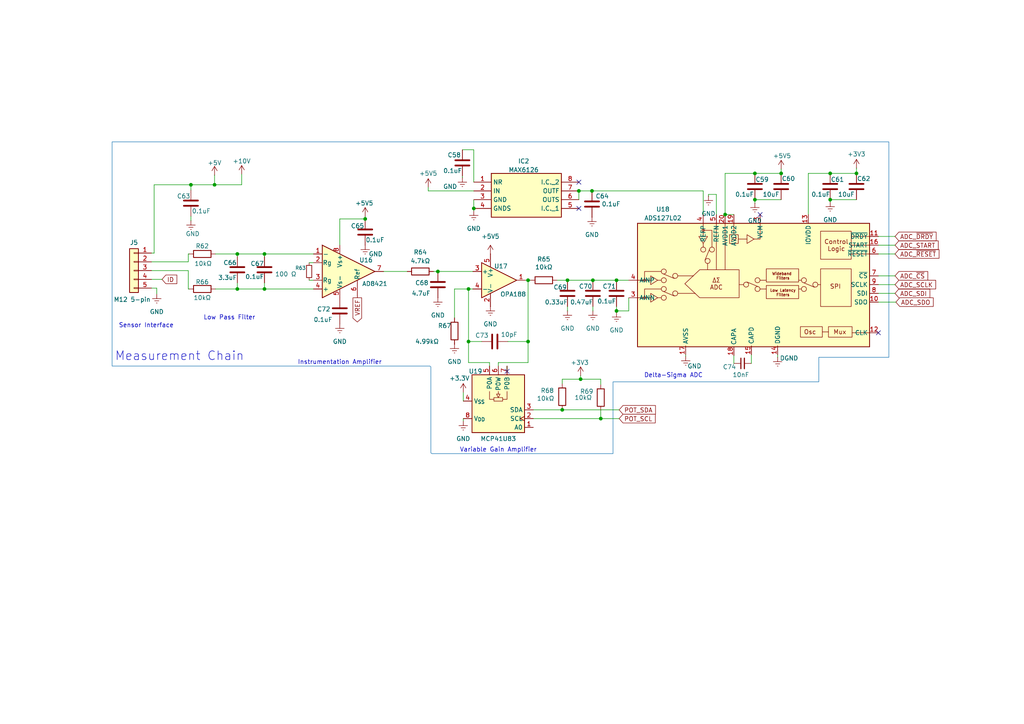
<source format=kicad_sch>
(kicad_sch
	(version 20250114)
	(generator "eeschema")
	(generator_version "9.0")
	(uuid "d2a2a658-ffe7-472a-9b70-5b2084c35b90")
	(paper "A4")
	
	(text "Measurement Chain\n"
		(exclude_from_sim no)
		(at 52.07 103.378 0)
		(effects
			(font
				(size 2.54 2.54)
			)
		)
		(uuid "0464313d-ed0c-4ff7-b3a9-97df21dcbd64")
	)
	(text "Delta-Sigma ADC"
		(exclude_from_sim no)
		(at 195.326 108.966 0)
		(effects
			(font
				(size 1.27 1.27)
			)
		)
		(uuid "4deb3076-5dec-4819-b4c3-d222b6f56479")
	)
	(text "Low Pass Filter\n"
		(exclude_from_sim no)
		(at 66.548 92.202 0)
		(effects
			(font
				(size 1.27 1.27)
			)
		)
		(uuid "78ba258b-8014-41eb-8353-00e8e0aeb029")
	)
	(text "Sensor Interface"
		(exclude_from_sim no)
		(at 42.418 94.488 0)
		(effects
			(font
				(size 1.27 1.27)
			)
		)
		(uuid "f0911e84-9296-41be-a707-00ce42c137df")
	)
	(text "Variable Gain Amplifier\n"
		(exclude_from_sim no)
		(at 144.526 130.556 0)
		(effects
			(font
				(size 1.27 1.27)
			)
		)
		(uuid "f146e8de-520a-4315-a546-aee5cd700ea3")
	)
	(text "Instrumentation Amplifier"
		(exclude_from_sim no)
		(at 98.552 105.156 0)
		(effects
			(font
				(size 1.27 1.27)
			)
		)
		(uuid "f1570f02-ba11-4660-8810-93c3b67192bc")
	)
	(junction
		(at 68.834 83.82)
		(diameter 0)
		(color 0 0 0 0)
		(uuid "09fb2c37-a940-4d0b-9067-93ab91fa2614")
	)
	(junction
		(at 178.816 90.17)
		(diameter 0)
		(color 0 0 0 0)
		(uuid "21bec8d3-8a26-4272-a3fb-8e2830b27ac9")
	)
	(junction
		(at 218.948 50.292)
		(diameter 0)
		(color 0 0 0 0)
		(uuid "2598e35d-9ab7-44d7-8739-eaa3852495c8")
	)
	(junction
		(at 153.162 99.06)
		(diameter 0)
		(color 0 0 0 0)
		(uuid "260d756c-5c0f-4b78-90a1-e18603df94d1")
	)
	(junction
		(at 76.708 73.66)
		(diameter 0)
		(color 0 0 0 0)
		(uuid "2687fa69-d165-4420-8ca0-f584fa1d8456")
	)
	(junction
		(at 105.918 63.5)
		(diameter 0)
		(color 0 0 0 0)
		(uuid "36026a2f-47a4-42c1-b2c6-bc85e40fec13")
	)
	(junction
		(at 240.792 50.292)
		(diameter 0)
		(color 0 0 0 0)
		(uuid "3655d740-c316-4298-90ce-fa40f36bc267")
	)
	(junction
		(at 178.816 81.28)
		(diameter 0)
		(color 0 0 0 0)
		(uuid "3af63af9-4ad8-42b3-847c-73b8bb240448")
	)
	(junction
		(at 226.568 50.292)
		(diameter 0)
		(color 0 0 0 0)
		(uuid "444fc75d-7f48-473e-93c0-447a6453d2ae")
	)
	(junction
		(at 210.312 62.23)
		(diameter 0)
		(color 0 0 0 0)
		(uuid "4675d453-e865-4090-b00a-1e94179a7fc9")
	)
	(junction
		(at 171.704 55.372)
		(diameter 0)
		(color 0 0 0 0)
		(uuid "4cc86d93-11a6-45fc-b3db-280c16f55aa6")
	)
	(junction
		(at 168.402 109.982)
		(diameter 0)
		(color 0 0 0 0)
		(uuid "519d1518-09b8-4b1a-8815-4591a37c20ba")
	)
	(junction
		(at 135.89 99.06)
		(diameter 0)
		(color 0 0 0 0)
		(uuid "51dcb333-010d-41bf-b635-2af883636d0e")
	)
	(junction
		(at 163.068 118.872)
		(diameter 0)
		(color 0 0 0 0)
		(uuid "51fd4b4b-cb00-4b7a-abac-e218370e0775")
	)
	(junction
		(at 240.792 57.912)
		(diameter 0)
		(color 0 0 0 0)
		(uuid "555aeb4b-52b9-4ee2-8f60-691a08fb26e1")
	)
	(junction
		(at 127 78.74)
		(diameter 0)
		(color 0 0 0 0)
		(uuid "57df86cb-ac51-41f7-9ded-94b340c8fa7d")
	)
	(junction
		(at 164.592 81.28)
		(diameter 0)
		(color 0 0 0 0)
		(uuid "5ca9c5d7-c698-4a32-ad00-0a05a701a9e7")
	)
	(junction
		(at 55.372 53.594)
		(diameter 0)
		(color 0 0 0 0)
		(uuid "6c49c546-3d37-4410-b7f3-f5915ae36854")
	)
	(junction
		(at 218.948 57.912)
		(diameter 0)
		(color 0 0 0 0)
		(uuid "700bcf0d-ae99-4915-99a6-2d6d531216ef")
	)
	(junction
		(at 153.162 81.28)
		(diameter 0)
		(color 0 0 0 0)
		(uuid "9ae7842d-932b-45a2-ad8c-9aa77b06f770")
	)
	(junction
		(at 62.23 53.594)
		(diameter 0)
		(color 0 0 0 0)
		(uuid "a175b01c-be5c-4e65-9761-3b9ef7c6f33d")
	)
	(junction
		(at 174.244 121.412)
		(diameter 0)
		(color 0 0 0 0)
		(uuid "a89f9456-40b8-4ea8-aca5-a8965bb031f6")
	)
	(junction
		(at 76.708 83.82)
		(diameter 0)
		(color 0 0 0 0)
		(uuid "b0192ba0-b273-4847-b2c3-12dcfe81e32b")
	)
	(junction
		(at 135.89 83.82)
		(diameter 0)
		(color 0 0 0 0)
		(uuid "be7227dd-5024-46e8-aa9f-4c5c974ee9c5")
	)
	(junction
		(at 137.414 60.452)
		(diameter 0)
		(color 0 0 0 0)
		(uuid "d4d42398-15a1-4f1e-8c70-f2d7e95bb208")
	)
	(junction
		(at 248.412 50.292)
		(diameter 0)
		(color 0 0 0 0)
		(uuid "dd3aab96-c219-44e3-8b0b-e4273d680424")
	)
	(junction
		(at 68.834 73.66)
		(diameter 0)
		(color 0 0 0 0)
		(uuid "e1fe50fa-849a-4544-952c-fe32427571e4")
	)
	(junction
		(at 171.958 81.28)
		(diameter 0)
		(color 0 0 0 0)
		(uuid "f0fedc98-b7a6-49e5-b07f-857b5ceccf2b")
	)
	(junction
		(at 167.894 55.372)
		(diameter 0)
		(color 0 0 0 0)
		(uuid "f7a5dacf-8025-4fe7-85f8-0646da2bac10")
	)
	(no_connect
		(at 220.472 62.23)
		(uuid "08b5e798-5e57-45ec-bf5a-7df68479b73c")
	)
	(no_connect
		(at 147.066 107.696)
		(uuid "230ba543-9b27-4d10-9616-8d49e367489f")
	)
	(no_connect
		(at 167.894 60.452)
		(uuid "d975c2bb-8397-4871-8132-620336f88efa")
	)
	(no_connect
		(at 167.894 52.832)
		(uuid "dab3f64d-e232-4f80-9380-321c8905e5b2")
	)
	(no_connect
		(at 254.762 96.52)
		(uuid "e26d21d6-9be7-4089-a168-a58c58b02f56")
	)
	(wire
		(pts
			(xy 210.312 50.292) (xy 218.948 50.292)
		)
		(stroke
			(width 0)
			(type default)
		)
		(uuid "00e56483-00d7-4fa6-9e63-4dde0966978b")
	)
	(wire
		(pts
			(xy 174.244 109.982) (xy 168.402 109.982)
		)
		(stroke
			(width 0)
			(type default)
		)
		(uuid "0159a415-cc6e-43fe-81d9-ecc073e59a4f")
	)
	(wire
		(pts
			(xy 168.402 108.966) (xy 168.402 109.982)
		)
		(stroke
			(width 0)
			(type default)
		)
		(uuid "01d4eb50-7179-475f-8898-7ddd43134878")
	)
	(wire
		(pts
			(xy 254.762 85.09) (xy 259.588 85.09)
		)
		(stroke
			(width 0)
			(type default)
		)
		(uuid "027425e9-04e9-4875-96e8-e3f09febc057")
	)
	(wire
		(pts
			(xy 234.442 50.292) (xy 234.442 62.23)
		)
		(stroke
			(width 0)
			(type default)
		)
		(uuid "04bf2622-3ba2-49f9-8fca-a74eeb06fb28")
	)
	(wire
		(pts
			(xy 141.986 105.156) (xy 141.986 106.172)
		)
		(stroke
			(width 0)
			(type default)
		)
		(uuid "075efde1-a202-4bc0-8024-2b21cb622c13")
	)
	(wire
		(pts
			(xy 62.484 83.82) (xy 68.834 83.82)
		)
		(stroke
			(width 0)
			(type default)
		)
		(uuid "079ad1b0-7f6e-4a6c-94f6-62252e261924")
	)
	(wire
		(pts
			(xy 174.244 119.126) (xy 174.244 121.412)
		)
		(stroke
			(width 0)
			(type default)
		)
		(uuid "0c42cffe-3fb8-4089-ba4d-c44bac3c43bb")
	)
	(wire
		(pts
			(xy 137.16 83.82) (xy 135.89 83.82)
		)
		(stroke
			(width 0)
			(type default)
		)
		(uuid "0ca226ab-b2bf-415c-bfd4-fded6eb9f2f0")
	)
	(wire
		(pts
			(xy 210.312 50.292) (xy 210.312 62.23)
		)
		(stroke
			(width 0)
			(type default)
		)
		(uuid "18984780-2fb9-4579-b1b2-6033593fc447")
	)
	(wire
		(pts
			(xy 171.958 88.9) (xy 171.958 90.17)
		)
		(stroke
			(width 0)
			(type default)
		)
		(uuid "19019688-bd41-4f5b-9394-6576c50d669a")
	)
	(wire
		(pts
			(xy 44.704 53.594) (xy 55.372 53.594)
		)
		(stroke
			(width 0)
			(type default)
		)
		(uuid "1e5263fa-a6ae-47ec-97f2-9b4670a4782f")
	)
	(wire
		(pts
			(xy 105.918 63.5) (xy 98.552 63.5)
		)
		(stroke
			(width 0)
			(type default)
		)
		(uuid "209f6df8-b9a3-45ab-8e73-4670f3008622")
	)
	(wire
		(pts
			(xy 125.73 78.74) (xy 127 78.74)
		)
		(stroke
			(width 0)
			(type default)
		)
		(uuid "2971112a-2e84-42a1-b252-c78a0f957f55")
	)
	(wire
		(pts
			(xy 178.816 90.678) (xy 178.816 90.17)
		)
		(stroke
			(width 0)
			(type default)
		)
		(uuid "2c40c244-feb6-43de-9603-1d133d5560f2")
	)
	(wire
		(pts
			(xy 131.826 83.82) (xy 131.826 92.202)
		)
		(stroke
			(width 0)
			(type default)
		)
		(uuid "2d15326a-be98-4438-9d08-7138618d2be4")
	)
	(wire
		(pts
			(xy 76.708 83.82) (xy 90.932 83.82)
		)
		(stroke
			(width 0)
			(type default)
		)
		(uuid "2e5f7ac5-3ff0-49be-a399-f50fb6e9e17d")
	)
	(wire
		(pts
			(xy 70.104 53.594) (xy 62.23 53.594)
		)
		(stroke
			(width 0)
			(type default)
		)
		(uuid "2eb10af4-e961-495f-bf13-133636eb8b50")
	)
	(wire
		(pts
			(xy 137.414 43.434) (xy 137.414 52.832)
		)
		(stroke
			(width 0)
			(type default)
		)
		(uuid "3176550e-a80c-4ad0-a50f-a4d182c61f55")
	)
	(wire
		(pts
			(xy 248.412 57.912) (xy 240.792 57.912)
		)
		(stroke
			(width 0)
			(type default)
		)
		(uuid "31b8b227-1130-4fa9-a291-e52a47d8c826")
	)
	(wire
		(pts
			(xy 205.486 56.388) (xy 207.772 56.388)
		)
		(stroke
			(width 0)
			(type default)
		)
		(uuid "3658d3db-ce9f-4ee9-bf1e-81d70ffd7a2c")
	)
	(wire
		(pts
			(xy 127 78.74) (xy 137.16 78.74)
		)
		(stroke
			(width 0)
			(type default)
		)
		(uuid "39dc100f-c5bb-40ac-856b-9cd328df9573")
	)
	(wire
		(pts
			(xy 105.918 63.5) (xy 105.918 62.738)
		)
		(stroke
			(width 0)
			(type default)
		)
		(uuid "3ada144b-8348-49d5-82eb-be01bf60f91e")
	)
	(wire
		(pts
			(xy 153.162 99.06) (xy 153.162 105.156)
		)
		(stroke
			(width 0)
			(type default)
		)
		(uuid "3ecf6281-1095-465a-8ef0-c543df9029e6")
	)
	(wire
		(pts
			(xy 198.882 103.378) (xy 198.882 102.87)
		)
		(stroke
			(width 0)
			(type default)
		)
		(uuid "434af8ce-afbb-45ec-a5ff-a380037d135d")
	)
	(wire
		(pts
			(xy 154.686 121.412) (xy 174.244 121.412)
		)
		(stroke
			(width 0)
			(type default)
		)
		(uuid "435729e7-99fa-4b24-ad2f-6bc0e0ce091f")
	)
	(wire
		(pts
			(xy 217.932 102.87) (xy 217.932 105.41)
		)
		(stroke
			(width 0)
			(type default)
		)
		(uuid "436e00b7-3141-41b6-816a-f04d3009f023")
	)
	(wire
		(pts
			(xy 163.068 111.252) (xy 163.068 109.982)
		)
		(stroke
			(width 0)
			(type default)
		)
		(uuid "441589d2-85a0-48d7-bae3-ce4d9afd5231")
	)
	(wire
		(pts
			(xy 226.568 57.912) (xy 218.948 57.912)
		)
		(stroke
			(width 0)
			(type default)
		)
		(uuid "44d615f1-94f1-4d92-b1c9-4a01235f39cc")
	)
	(wire
		(pts
			(xy 207.772 56.388) (xy 207.772 62.23)
		)
		(stroke
			(width 0)
			(type default)
		)
		(uuid "45ad3593-5d41-4458-a3c2-15062f12adec")
	)
	(wire
		(pts
			(xy 226.568 49.022) (xy 226.568 50.292)
		)
		(stroke
			(width 0)
			(type default)
		)
		(uuid "46229988-4c10-4175-8886-4975bd0872c8")
	)
	(wire
		(pts
			(xy 182.372 90.17) (xy 182.372 86.36)
		)
		(stroke
			(width 0)
			(type default)
		)
		(uuid "48b88aad-4bba-4fec-97b3-7057d717e459")
	)
	(wire
		(pts
			(xy 134.112 51.562) (xy 134.112 51.054)
		)
		(stroke
			(width 0)
			(type default)
		)
		(uuid "49d59e81-804e-40a7-bb45-1156462fe05b")
	)
	(wire
		(pts
			(xy 203.962 55.372) (xy 203.962 62.23)
		)
		(stroke
			(width 0)
			(type default)
		)
		(uuid "4a6f27a8-0a91-4ea2-be6f-106b8843cb64")
	)
	(wire
		(pts
			(xy 167.894 55.372) (xy 167.894 57.912)
		)
		(stroke
			(width 0)
			(type default)
		)
		(uuid "4acc11db-4910-4de6-a1b2-ef911c4c00f3")
	)
	(wire
		(pts
			(xy 248.412 50.292) (xy 240.792 50.292)
		)
		(stroke
			(width 0)
			(type default)
		)
		(uuid "4e9ef14a-0276-4665-b11d-980dadf10869")
	)
	(wire
		(pts
			(xy 54.61 75.946) (xy 43.942 75.946)
		)
		(stroke
			(width 0)
			(type default)
		)
		(uuid "4f266b6d-c85c-4d54-b81d-85f42afc8b1e")
	)
	(wire
		(pts
			(xy 254.762 68.58) (xy 259.588 68.58)
		)
		(stroke
			(width 0)
			(type default)
		)
		(uuid "4f6af103-a86a-46e5-89e9-fdb2be1e0f56")
	)
	(wire
		(pts
			(xy 164.592 81.28) (xy 171.958 81.28)
		)
		(stroke
			(width 0)
			(type default)
		)
		(uuid "5180044e-3788-4e26-900d-e80bd5aa7bc3")
	)
	(wire
		(pts
			(xy 55.372 53.594) (xy 55.372 55.118)
		)
		(stroke
			(width 0)
			(type default)
		)
		(uuid "52804542-81f8-4b0f-a662-65fae83a04d5")
	)
	(wire
		(pts
			(xy 152.4 81.28) (xy 153.162 81.28)
		)
		(stroke
			(width 0)
			(type default)
		)
		(uuid "53154127-2dc6-47df-b347-65a38e455834")
	)
	(wire
		(pts
			(xy 153.162 81.28) (xy 153.924 81.28)
		)
		(stroke
			(width 0)
			(type default)
		)
		(uuid "53ad6f22-0d36-4d2f-ba1f-ac968528097c")
	)
	(wire
		(pts
			(xy 164.592 90.17) (xy 164.592 88.9)
		)
		(stroke
			(width 0)
			(type default)
		)
		(uuid "56397715-9c4e-4ed7-9656-332c156da6fc")
	)
	(wire
		(pts
			(xy 45.466 83.566) (xy 45.466 85.344)
		)
		(stroke
			(width 0)
			(type default)
		)
		(uuid "59136c9c-dd40-420a-a7ed-170fb9645581")
	)
	(wire
		(pts
			(xy 161.544 81.28) (xy 164.592 81.28)
		)
		(stroke
			(width 0)
			(type default)
		)
		(uuid "5e3da7be-0419-4133-8fe3-1ab340e816f0")
	)
	(wire
		(pts
			(xy 254.762 73.66) (xy 259.588 73.66)
		)
		(stroke
			(width 0)
			(type default)
		)
		(uuid "618448e2-b63a-4295-81b6-7acffb1940d1")
	)
	(wire
		(pts
			(xy 135.89 83.82) (xy 135.89 99.06)
		)
		(stroke
			(width 0)
			(type default)
		)
		(uuid "63a1aecd-7cfa-4421-be8d-344034c8b904")
	)
	(wire
		(pts
			(xy 43.942 81.026) (xy 46.99 81.026)
		)
		(stroke
			(width 0)
			(type default)
		)
		(uuid "6fdab064-02d5-4131-9dba-cfd3e6cccfdd")
	)
	(wire
		(pts
			(xy 124.206 54.356) (xy 124.206 55.372)
		)
		(stroke
			(width 0)
			(type default)
		)
		(uuid "72468c64-de4b-4ec9-ac84-827f3494d46c")
	)
	(wire
		(pts
			(xy 171.958 81.28) (xy 178.816 81.28)
		)
		(stroke
			(width 0)
			(type default)
		)
		(uuid "7443e125-d067-4a0b-9b6f-e01daf36e5e4")
	)
	(wire
		(pts
			(xy 179.578 121.412) (xy 174.244 121.412)
		)
		(stroke
			(width 0)
			(type default)
		)
		(uuid "7576ff5c-f5d9-47b3-97c6-054f18a182eb")
	)
	(wire
		(pts
			(xy 135.89 83.82) (xy 131.826 83.82)
		)
		(stroke
			(width 0)
			(type default)
		)
		(uuid "75a57b01-e9e9-4817-a8c8-c1f342254166")
	)
	(wire
		(pts
			(xy 226.568 50.292) (xy 218.948 50.292)
		)
		(stroke
			(width 0)
			(type default)
		)
		(uuid "78e116cf-96ff-4875-8b4b-8d82280cd185")
	)
	(wire
		(pts
			(xy 54.61 78.486) (xy 43.942 78.486)
		)
		(stroke
			(width 0)
			(type default)
		)
		(uuid "78e3332a-03f0-4cc6-bb34-65b425cff10a")
	)
	(wire
		(pts
			(xy 55.372 62.738) (xy 55.372 64.008)
		)
		(stroke
			(width 0)
			(type default)
		)
		(uuid "7cf8b6db-6a1f-47c5-aadd-641b7d8ce5c4")
	)
	(wire
		(pts
			(xy 76.708 73.66) (xy 90.932 73.66)
		)
		(stroke
			(width 0)
			(type default)
		)
		(uuid "826ba27e-4fc7-43da-a75a-2882614d9fdd")
	)
	(wire
		(pts
			(xy 171.704 55.372) (xy 203.962 55.372)
		)
		(stroke
			(width 0)
			(type default)
		)
		(uuid "85d5a32b-e610-400b-941f-117981922c24")
	)
	(wire
		(pts
			(xy 178.816 81.28) (xy 182.372 81.28)
		)
		(stroke
			(width 0)
			(type default)
		)
		(uuid "87a8a31c-d6e7-4cf4-8a56-a9f4bf19d853")
	)
	(wire
		(pts
			(xy 54.61 73.66) (xy 54.864 73.66)
		)
		(stroke
			(width 0)
			(type default)
		)
		(uuid "890611c4-0af5-4c83-9466-8b39880f5598")
	)
	(wire
		(pts
			(xy 248.412 48.768) (xy 248.412 50.292)
		)
		(stroke
			(width 0)
			(type default)
		)
		(uuid "8b6338fc-c5d5-4bc4-87ca-300a84b9685e")
	)
	(wire
		(pts
			(xy 163.068 118.872) (xy 179.578 118.872)
		)
		(stroke
			(width 0)
			(type default)
		)
		(uuid "8c8381d3-2cfa-4d66-b970-c8398381f7e7")
	)
	(wire
		(pts
			(xy 68.834 82.042) (xy 68.834 83.82)
		)
		(stroke
			(width 0)
			(type default)
		)
		(uuid "8cadb6b3-7211-4e92-837a-81a03426ac35")
	)
	(wire
		(pts
			(xy 144.526 105.156) (xy 144.526 106.172)
		)
		(stroke
			(width 0)
			(type default)
		)
		(uuid "90f165c3-101d-48bd-b592-f89878884486")
	)
	(wire
		(pts
			(xy 124.206 55.372) (xy 137.414 55.372)
		)
		(stroke
			(width 0)
			(type default)
		)
		(uuid "91063e67-95dd-4894-b3eb-eaa496b1af9b")
	)
	(wire
		(pts
			(xy 178.816 90.17) (xy 182.372 90.17)
		)
		(stroke
			(width 0)
			(type default)
		)
		(uuid "91235668-f656-49e4-a3a1-ef38b2a7e020")
	)
	(wire
		(pts
			(xy 54.61 83.82) (xy 54.61 78.486)
		)
		(stroke
			(width 0)
			(type default)
		)
		(uuid "9199a801-faf0-4464-95d6-5bfea3a29f58")
	)
	(wire
		(pts
			(xy 218.948 58.928) (xy 218.948 57.912)
		)
		(stroke
			(width 0)
			(type default)
		)
		(uuid "94de69a8-33a2-4eef-8cc7-09e8010306d9")
	)
	(wire
		(pts
			(xy 248.412 50.292) (xy 248.412 50.546)
		)
		(stroke
			(width 0)
			(type default)
		)
		(uuid "976d11db-be25-47a1-b545-cdac09aacba3")
	)
	(wire
		(pts
			(xy 89.662 81.28) (xy 90.932 81.28)
		)
		(stroke
			(width 0)
			(type default)
		)
		(uuid "9892fb12-066b-4e34-861e-e04d2a63ff60")
	)
	(wire
		(pts
			(xy 76.708 73.66) (xy 76.708 74.422)
		)
		(stroke
			(width 0)
			(type default)
		)
		(uuid "9b5c026c-f878-4acf-a2c8-e753a50172ef")
	)
	(wire
		(pts
			(xy 154.686 118.872) (xy 163.068 118.872)
		)
		(stroke
			(width 0)
			(type default)
		)
		(uuid "9c83e187-e1cf-48e7-b73a-2b983393b920")
	)
	(wire
		(pts
			(xy 137.414 61.214) (xy 137.414 60.452)
		)
		(stroke
			(width 0)
			(type default)
		)
		(uuid "a04ad56d-6d54-4579-9de4-aa4fabfe2fe9")
	)
	(wire
		(pts
			(xy 234.442 50.292) (xy 240.792 50.292)
		)
		(stroke
			(width 0)
			(type default)
		)
		(uuid "a0f8409b-5a2f-4a98-b187-a12c848210dd")
	)
	(wire
		(pts
			(xy 153.162 81.28) (xy 153.162 99.06)
		)
		(stroke
			(width 0)
			(type default)
		)
		(uuid "a17ee34a-9a74-44c5-a731-b5b5f26ac0e5")
	)
	(wire
		(pts
			(xy 168.402 109.982) (xy 163.068 109.982)
		)
		(stroke
			(width 0)
			(type default)
		)
		(uuid "a42e67f1-1ab3-491f-8738-7375f2b01992")
	)
	(wire
		(pts
			(xy 212.852 103.124) (xy 212.852 105.41)
		)
		(stroke
			(width 0)
			(type default)
		)
		(uuid "a56d82ab-9be0-4a60-8464-afd4baccf543")
	)
	(wire
		(pts
			(xy 54.61 73.66) (xy 54.61 75.946)
		)
		(stroke
			(width 0)
			(type default)
		)
		(uuid "a983b212-4e1f-41f1-97a3-824be558debc")
	)
	(wire
		(pts
			(xy 174.244 111.506) (xy 174.244 109.982)
		)
		(stroke
			(width 0)
			(type default)
		)
		(uuid "aa7526b6-7ada-4c8e-910d-fb4cc3dbd19a")
	)
	(wire
		(pts
			(xy 68.834 73.66) (xy 68.834 74.422)
		)
		(stroke
			(width 0)
			(type default)
		)
		(uuid "abad3f8f-ed43-43f3-9644-1d4f0377f9d4")
	)
	(wire
		(pts
			(xy 240.792 58.674) (xy 240.792 57.912)
		)
		(stroke
			(width 0)
			(type default)
		)
		(uuid "adf09399-65b0-41ea-a7f1-45d25d31fb33")
	)
	(wire
		(pts
			(xy 134.112 43.434) (xy 137.414 43.434)
		)
		(stroke
			(width 0)
			(type default)
		)
		(uuid "b077c3f0-9d00-4975-b25a-a61e0d37a37d")
	)
	(wire
		(pts
			(xy 167.894 55.372) (xy 171.704 55.372)
		)
		(stroke
			(width 0)
			(type default)
		)
		(uuid "b11bd154-9bec-4eec-9152-0e83262b672b")
	)
	(wire
		(pts
			(xy 68.834 73.66) (xy 76.708 73.66)
		)
		(stroke
			(width 0)
			(type default)
		)
		(uuid "b3829efe-5530-444b-9c7d-3aebc6a5130d")
	)
	(wire
		(pts
			(xy 111.252 78.74) (xy 118.11 78.74)
		)
		(stroke
			(width 0)
			(type default)
		)
		(uuid "b439e820-a37c-4902-937b-48045bdd7cc9")
	)
	(wire
		(pts
			(xy 135.89 105.156) (xy 135.89 99.06)
		)
		(stroke
			(width 0)
			(type default)
		)
		(uuid "b70089c0-2ce9-4e8d-a8dc-ad995520bc97")
	)
	(wire
		(pts
			(xy 254.762 80.01) (xy 259.588 80.01)
		)
		(stroke
			(width 0)
			(type default)
		)
		(uuid "b726392f-d86a-4564-9267-d854bf8ba953")
	)
	(wire
		(pts
			(xy 44.704 53.594) (xy 44.704 73.406)
		)
		(stroke
			(width 0)
			(type default)
		)
		(uuid "b7cfe3b1-2158-4186-84b5-f2c5bb145fe5")
	)
	(wire
		(pts
			(xy 210.312 62.23) (xy 212.852 62.23)
		)
		(stroke
			(width 0)
			(type default)
		)
		(uuid "b896094b-90fa-4026-a451-6982dd1ae4f6")
	)
	(wire
		(pts
			(xy 205.486 56.896) (xy 205.486 56.388)
		)
		(stroke
			(width 0)
			(type default)
		)
		(uuid "b8e23e65-55e2-4c32-bf19-614b9e8d00d3")
	)
	(wire
		(pts
			(xy 70.104 50.546) (xy 70.104 53.594)
		)
		(stroke
			(width 0)
			(type default)
		)
		(uuid "ba559a5e-b186-478c-b58b-c224933a582e")
	)
	(wire
		(pts
			(xy 134.366 121.412) (xy 134.366 122.174)
		)
		(stroke
			(width 0)
			(type default)
		)
		(uuid "c0534c70-cd5a-46a3-855a-add5ed36b75e")
	)
	(wire
		(pts
			(xy 254.762 87.63) (xy 259.842 87.63)
		)
		(stroke
			(width 0)
			(type default)
		)
		(uuid "c4cc5a9b-aecd-47ec-8bc3-067d9209f4da")
	)
	(wire
		(pts
			(xy 254.762 82.55) (xy 259.588 82.55)
		)
		(stroke
			(width 0)
			(type default)
		)
		(uuid "c8983c15-9406-46ee-b111-4d60f7ae21b3")
	)
	(wire
		(pts
			(xy 147.066 107.696) (xy 147.066 106.172)
		)
		(stroke
			(width 0)
			(type default)
		)
		(uuid "c9367d2f-2f73-4589-8af5-6cc87663b5ce")
	)
	(wire
		(pts
			(xy 141.986 105.156) (xy 135.89 105.156)
		)
		(stroke
			(width 0)
			(type default)
		)
		(uuid "cd41566f-c884-4b9a-afba-f108c5ea74c5")
	)
	(wire
		(pts
			(xy 225.552 103.632) (xy 225.552 102.87)
		)
		(stroke
			(width 0)
			(type default)
		)
		(uuid "ced1390b-a69a-498c-abe7-14b24735ea27")
	)
	(wire
		(pts
			(xy 98.552 63.5) (xy 98.552 71.12)
		)
		(stroke
			(width 0)
			(type default)
		)
		(uuid "cee6def7-83ab-4c75-bb12-139cfbf2c1d8")
	)
	(wire
		(pts
			(xy 43.942 83.566) (xy 45.466 83.566)
		)
		(stroke
			(width 0)
			(type default)
		)
		(uuid "cfe1b825-bc1d-498d-83ad-798b169b80d9")
	)
	(wire
		(pts
			(xy 44.704 73.406) (xy 43.942 73.406)
		)
		(stroke
			(width 0)
			(type default)
		)
		(uuid "d6a830a3-3329-458c-a786-e09b8d6d3910")
	)
	(wire
		(pts
			(xy 76.708 82.042) (xy 76.708 83.82)
		)
		(stroke
			(width 0)
			(type default)
		)
		(uuid "d95c2b0a-8527-4398-b71d-8004e9572d9f")
	)
	(wire
		(pts
			(xy 54.61 83.82) (xy 54.864 83.82)
		)
		(stroke
			(width 0)
			(type default)
		)
		(uuid "db3b77e8-6425-48ef-9709-5dbb492dd49b")
	)
	(wire
		(pts
			(xy 89.662 76.2) (xy 90.932 76.2)
		)
		(stroke
			(width 0)
			(type default)
		)
		(uuid "ddfd301c-db14-4a38-950f-960fc1baffe9")
	)
	(wire
		(pts
			(xy 137.414 60.452) (xy 137.414 57.912)
		)
		(stroke
			(width 0)
			(type default)
		)
		(uuid "e077f158-27fb-4fa5-aa0f-da0e386ba960")
	)
	(wire
		(pts
			(xy 68.834 83.82) (xy 76.708 83.82)
		)
		(stroke
			(width 0)
			(type default)
		)
		(uuid "e6e18004-4be3-4526-925e-688291996f64")
	)
	(wire
		(pts
			(xy 62.484 73.66) (xy 68.834 73.66)
		)
		(stroke
			(width 0)
			(type default)
		)
		(uuid "ef3c90de-8988-428d-9011-9f251c47b1cc")
	)
	(wire
		(pts
			(xy 178.816 90.17) (xy 178.816 88.9)
		)
		(stroke
			(width 0)
			(type default)
		)
		(uuid "f0b67568-25ed-46ab-a086-a4c09ee99075")
	)
	(wire
		(pts
			(xy 62.23 50.8) (xy 62.23 53.594)
		)
		(stroke
			(width 0)
			(type default)
		)
		(uuid "f2b47b4f-2c2d-46ea-bd91-62b92d33ee2d")
	)
	(wire
		(pts
			(xy 153.162 105.156) (xy 144.526 105.156)
		)
		(stroke
			(width 0)
			(type default)
		)
		(uuid "f3bc1f31-d6b2-4452-8472-8811ed648955")
	)
	(wire
		(pts
			(xy 147.32 99.06) (xy 153.162 99.06)
		)
		(stroke
			(width 0)
			(type default)
		)
		(uuid "f3eb108f-22c3-461d-83a6-d3e37b68f716")
	)
	(wire
		(pts
			(xy 134.366 113.792) (xy 134.366 116.332)
		)
		(stroke
			(width 0)
			(type default)
		)
		(uuid "f5356567-5f9a-49fc-833d-191018b02277")
	)
	(wire
		(pts
			(xy 135.89 99.06) (xy 139.7 99.06)
		)
		(stroke
			(width 0)
			(type default)
		)
		(uuid "f8d1eb0b-7c31-46e8-890d-103b2366c894")
	)
	(wire
		(pts
			(xy 62.23 53.594) (xy 55.372 53.594)
		)
		(stroke
			(width 0)
			(type default)
		)
		(uuid "fb653e20-4f50-4f2f-bba8-c66c15c46cc1")
	)
	(wire
		(pts
			(xy 254.762 71.12) (xy 259.588 71.12)
		)
		(stroke
			(width 0)
			(type default)
		)
		(uuid "fdf0452e-09f6-45f6-bb5e-fdde90d124f5")
	)
	(global_label "POT_SDA"
		(shape input)
		(at 179.578 118.872 0)
		(fields_autoplaced yes)
		(effects
			(font
				(size 1.27 1.27)
			)
			(justify left)
		)
		(uuid "0470bc00-210f-4e4b-a5b7-4283da42ae41")
		(property "Intersheetrefs" "${INTERSHEET_REFS}"
			(at 190.667 118.872 0)
			(effects
				(font
					(size 1.27 1.27)
				)
				(justify left)
				(hide yes)
			)
		)
	)
	(global_label "POT_SCL"
		(shape input)
		(at 179.578 121.412 0)
		(fields_autoplaced yes)
		(effects
			(font
				(size 1.27 1.27)
			)
			(justify left)
		)
		(uuid "0f8d3a3d-778c-4575-8812-e89315cf4139")
		(property "Intersheetrefs" "${INTERSHEET_REFS}"
			(at 190.6065 121.412 0)
			(effects
				(font
					(size 1.27 1.27)
				)
				(justify left)
				(hide yes)
			)
		)
	)
	(global_label "ADC_SDI"
		(shape input)
		(at 259.588 85.09 0)
		(fields_autoplaced yes)
		(effects
			(font
				(size 1.27 1.27)
			)
			(justify left)
		)
		(uuid "409dc015-c620-414f-a975-dce5cc1aa518")
		(property "Intersheetrefs" "${INTERSHEET_REFS}"
			(at 270.2537 85.09 0)
			(effects
				(font
					(size 1.27 1.27)
				)
				(justify left)
				(hide yes)
			)
		)
	)
	(global_label "ID"
		(shape input)
		(at 46.99 81.026 0)
		(fields_autoplaced yes)
		(effects
			(font
				(size 1.27 1.27)
			)
			(justify left)
		)
		(uuid "40dc5851-966c-4eb3-9919-002d6e70bd83")
		(property "Intersheetrefs" "${INTERSHEET_REFS}"
			(at 51.85 81.026 0)
			(effects
				(font
					(size 1.27 1.27)
				)
				(justify left)
				(hide yes)
			)
		)
	)
	(global_label "VREF"
		(shape output)
		(at 103.632 86.36 270)
		(fields_autoplaced yes)
		(effects
			(font
				(size 1.27 1.27)
			)
			(justify right)
		)
		(uuid "4ed5bc32-47f2-4e3c-91c5-8fe980407e83")
		(property "Intersheetrefs" "${INTERSHEET_REFS}"
			(at 103.632 93.9414 90)
			(effects
				(font
					(size 1.27 1.27)
				)
				(justify right)
				(hide yes)
			)
		)
	)
	(global_label "ADC_SCLK"
		(shape input)
		(at 259.588 82.55 0)
		(fields_autoplaced yes)
		(effects
			(font
				(size 1.27 1.27)
			)
			(justify left)
		)
		(uuid "87b80638-d6e7-448b-9979-94f065dad607")
		(property "Intersheetrefs" "${INTERSHEET_REFS}"
			(at 271.947 82.55 0)
			(effects
				(font
					(size 1.27 1.27)
				)
				(justify left)
				(hide yes)
			)
		)
	)
	(global_label "ADC_~{CS}"
		(shape input)
		(at 259.588 80.01 0)
		(fields_autoplaced yes)
		(effects
			(font
				(size 1.27 1.27)
			)
			(justify left)
		)
		(uuid "ab9255ab-05f4-4260-9217-03293374f48d")
		(property "Intersheetrefs" "${INTERSHEET_REFS}"
			(at 269.6489 80.01 0)
			(effects
				(font
					(size 1.27 1.27)
				)
				(justify left)
				(hide yes)
			)
		)
	)
	(global_label "ADC_~{RESET}"
		(shape input)
		(at 259.588 73.66 0)
		(fields_autoplaced yes)
		(effects
			(font
				(size 1.27 1.27)
			)
			(justify left)
		)
		(uuid "c30d2460-5494-4827-9efa-5d91282ff147")
		(property "Intersheetrefs" "${INTERSHEET_REFS}"
			(at 272.9145 73.66 0)
			(effects
				(font
					(size 1.27 1.27)
				)
				(justify left)
				(hide yes)
			)
		)
	)
	(global_label "ADC_SDO"
		(shape input)
		(at 259.842 87.63 0)
		(fields_autoplaced yes)
		(effects
			(font
				(size 1.27 1.27)
			)
			(justify left)
		)
		(uuid "d6745345-7ce1-4b65-8d5c-8ed244844ca0")
		(property "Intersheetrefs" "${INTERSHEET_REFS}"
			(at 271.2334 87.63 0)
			(effects
				(font
					(size 1.27 1.27)
				)
				(justify left)
				(hide yes)
			)
		)
	)
	(global_label "ADC_~{DRDY}"
		(shape input)
		(at 259.588 68.58 0)
		(fields_autoplaced yes)
		(effects
			(font
				(size 1.27 1.27)
			)
			(justify left)
		)
		(uuid "e82f26ed-9c91-4943-a982-5ebdeca26d70")
		(property "Intersheetrefs" "${INTERSHEET_REFS}"
			(at 272.068 68.58 0)
			(effects
				(font
					(size 1.27 1.27)
				)
				(justify left)
				(hide yes)
			)
		)
	)
	(global_label "ADC_START"
		(shape input)
		(at 259.588 71.12 0)
		(fields_autoplaced yes)
		(effects
			(font
				(size 1.27 1.27)
			)
			(justify left)
		)
		(uuid "ed8a1288-4549-4fa6-bda6-4c8e521d775e")
		(property "Intersheetrefs" "${INTERSHEET_REFS}"
			(at 272.6727 71.12 0)
			(effects
				(font
					(size 1.27 1.27)
				)
				(justify left)
				(hide yes)
			)
		)
	)
	(rule_area
		(polyline
			(pts
				(xy 257.81 103.632) (xy 237.49 103.632) (xy 237.49 110.744) (xy 177.8 110.744) (xy 177.8 131.572)
				(xy 125.222 131.572) (xy 124.968 131.318) (xy 124.968 106.426) (xy 124.714 106.172) (xy 32.512 106.172)
				(xy 32.512 41.148) (xy 257.81 41.148)
			)
			(stroke
				(width 0)
				(type solid)
				(color 33 122 182 1)
			)
			(fill
				(type none)
			)
			(uuid 9080807e-5338-4623-ac3d-ecf9b8185a40)
		)
	)
	(symbol
		(lib_id "Device:R")
		(at 121.92 78.74 270)
		(unit 1)
		(exclude_from_sim no)
		(in_bom yes)
		(on_board yes)
		(dnp no)
		(fields_autoplaced yes)
		(uuid "069a73ab-4194-41f2-966a-6d08ab88dba4")
		(property "Reference" "R64"
			(at 121.92 73.152 90)
			(effects
				(font
					(size 1.27 1.27)
				)
			)
		)
		(property "Value" "4.7kΩ"
			(at 121.92 75.692 90)
			(effects
				(font
					(size 1.27 1.27)
				)
			)
		)
		(property "Footprint" ""
			(at 121.92 76.962 90)
			(effects
				(font
					(size 1.27 1.27)
				)
				(hide yes)
			)
		)
		(property "Datasheet" "~"
			(at 121.92 78.74 0)
			(effects
				(font
					(size 1.27 1.27)
				)
				(hide yes)
			)
		)
		(property "Description" "Resistor"
			(at 121.92 78.74 0)
			(effects
				(font
					(size 1.27 1.27)
				)
				(hide yes)
			)
		)
		(pin "2"
			(uuid "c3b3d48b-47b9-4088-a2ae-e682836c6d4f")
		)
		(pin "1"
			(uuid "2f2f1e01-b806-4c40-9ca7-017879e4c638")
		)
		(instances
			(project "Inoovatest"
				(path "/e09d161e-639f-4600-8aa9-665b6b461114/28b9a068-ddcd-4761-903b-8265c34ada8d"
					(reference "R64")
					(unit 1)
				)
			)
		)
	)
	(symbol
		(lib_id "Device:C")
		(at 68.834 78.232 0)
		(unit 1)
		(exclude_from_sim no)
		(in_bom yes)
		(on_board yes)
		(dnp no)
		(uuid "07ef779d-68d4-4abe-852d-2aecf4c979cd")
		(property "Reference" "C66"
			(at 64.77 76.2 0)
			(effects
				(font
					(size 1.27 1.27)
				)
				(justify left)
			)
		)
		(property "Value" "3.3uF"
			(at 63.246 80.518 0)
			(effects
				(font
					(size 1.27 1.27)
				)
				(justify left)
			)
		)
		(property "Footprint" ""
			(at 69.7992 82.042 0)
			(effects
				(font
					(size 1.27 1.27)
				)
				(hide yes)
			)
		)
		(property "Datasheet" "~"
			(at 68.834 78.232 0)
			(effects
				(font
					(size 1.27 1.27)
				)
				(hide yes)
			)
		)
		(property "Description" "Unpolarized capacitor"
			(at 68.834 78.232 0)
			(effects
				(font
					(size 1.27 1.27)
				)
				(hide yes)
			)
		)
		(pin "1"
			(uuid "a517d78c-573f-4aff-88ee-a5f998c4cde0")
		)
		(pin "2"
			(uuid "2c47525c-3363-4749-a5e7-f217a15b7aef")
		)
		(instances
			(project "Inoovatest"
				(path "/e09d161e-639f-4600-8aa9-665b6b461114/28b9a068-ddcd-4761-903b-8265c34ada8d"
					(reference "C66")
					(unit 1)
				)
			)
		)
	)
	(symbol
		(lib_id "power:GNDREF")
		(at 45.466 85.344 0)
		(unit 1)
		(exclude_from_sim no)
		(in_bom yes)
		(on_board yes)
		(dnp no)
		(uuid "0cbd5929-18b2-43fd-bead-a88dbb99f413")
		(property "Reference" "#PWR0146"
			(at 45.466 91.694 0)
			(effects
				(font
					(size 1.27 1.27)
				)
				(hide yes)
			)
		)
		(property "Value" "GND"
			(at 45.466 90.424 0)
			(effects
				(font
					(size 1.27 1.27)
				)
			)
		)
		(property "Footprint" ""
			(at 45.466 85.344 0)
			(effects
				(font
					(size 1.27 1.27)
				)
				(hide yes)
			)
		)
		(property "Datasheet" ""
			(at 45.466 85.344 0)
			(effects
				(font
					(size 1.27 1.27)
				)
				(hide yes)
			)
		)
		(property "Description" "Power symbol creates a global label with name \"GNDREF\" , reference supply ground"
			(at 45.466 85.344 0)
			(effects
				(font
					(size 1.27 1.27)
				)
				(hide yes)
			)
		)
		(pin "1"
			(uuid "5fae21bb-fdfb-428c-98d3-0be309189a09")
		)
		(instances
			(project "Inoovatest"
				(path "/e09d161e-639f-4600-8aa9-665b6b461114/28b9a068-ddcd-4761-903b-8265c34ada8d"
					(reference "#PWR0146")
					(unit 1)
				)
			)
		)
	)
	(symbol
		(lib_id "power:GNDREF")
		(at 171.958 90.17 0)
		(unit 1)
		(exclude_from_sim no)
		(in_bom yes)
		(on_board yes)
		(dnp no)
		(uuid "0d90d93c-b6fa-4ce6-8027-2270929f9f5d")
		(property "Reference" "#PWR0150"
			(at 171.958 96.52 0)
			(effects
				(font
					(size 1.27 1.27)
				)
				(hide yes)
			)
		)
		(property "Value" "GND"
			(at 171.958 95.25 0)
			(effects
				(font
					(size 1.27 1.27)
				)
			)
		)
		(property "Footprint" ""
			(at 171.958 90.17 0)
			(effects
				(font
					(size 1.27 1.27)
				)
				(hide yes)
			)
		)
		(property "Datasheet" ""
			(at 171.958 90.17 0)
			(effects
				(font
					(size 1.27 1.27)
				)
				(hide yes)
			)
		)
		(property "Description" "Power symbol creates a global label with name \"GNDREF\" , reference supply ground"
			(at 171.958 90.17 0)
			(effects
				(font
					(size 1.27 1.27)
				)
				(hide yes)
			)
		)
		(pin "1"
			(uuid "75d320f6-9475-4ee3-9a85-8632d1aa5a5d")
		)
		(instances
			(project "Inoovatest"
				(path "/e09d161e-639f-4600-8aa9-665b6b461114/28b9a068-ddcd-4761-903b-8265c34ada8d"
					(reference "#PWR0150")
					(unit 1)
				)
			)
		)
	)
	(symbol
		(lib_id "power:VCC")
		(at 134.366 113.792 0)
		(unit 1)
		(exclude_from_sim no)
		(in_bom yes)
		(on_board yes)
		(dnp no)
		(uuid "1881b6f3-a353-478f-83b4-cc873cda12e5")
		(property "Reference" "#PWR0157"
			(at 134.366 117.602 0)
			(effects
				(font
					(size 1.27 1.27)
				)
				(hide yes)
			)
		)
		(property "Value" "+3.3V"
			(at 130.302 109.728 0)
			(effects
				(font
					(size 1.27 1.27)
				)
				(justify left)
			)
		)
		(property "Footprint" ""
			(at 134.366 113.792 0)
			(effects
				(font
					(size 1.27 1.27)
				)
				(hide yes)
			)
		)
		(property "Datasheet" ""
			(at 134.366 113.792 0)
			(effects
				(font
					(size 1.27 1.27)
				)
				(hide yes)
			)
		)
		(property "Description" "Power symbol creates a global label with name \"VCC\""
			(at 134.366 113.792 0)
			(effects
				(font
					(size 1.27 1.27)
				)
				(hide yes)
			)
		)
		(pin "1"
			(uuid "e5ac81d7-c2ab-4a37-aa46-322e12f994b1")
		)
		(instances
			(project "Inoovatest"
				(path "/e09d161e-639f-4600-8aa9-665b6b461114/28b9a068-ddcd-4761-903b-8265c34ada8d"
					(reference "#PWR0157")
					(unit 1)
				)
			)
		)
	)
	(symbol
		(lib_id "power:GNDREF")
		(at 105.918 71.12 0)
		(unit 1)
		(exclude_from_sim no)
		(in_bom yes)
		(on_board yes)
		(dnp no)
		(uuid "26228a9f-6fd0-4ce7-b1b3-116ebe31601c")
		(property "Reference" "#PWR0144"
			(at 105.918 77.47 0)
			(effects
				(font
					(size 1.27 1.27)
				)
				(hide yes)
			)
		)
		(property "Value" "GND"
			(at 108.966 73.66 0)
			(effects
				(font
					(size 1.27 1.27)
				)
			)
		)
		(property "Footprint" ""
			(at 105.918 71.12 0)
			(effects
				(font
					(size 1.27 1.27)
				)
				(hide yes)
			)
		)
		(property "Datasheet" ""
			(at 105.918 71.12 0)
			(effects
				(font
					(size 1.27 1.27)
				)
				(hide yes)
			)
		)
		(property "Description" "Power symbol creates a global label with name \"GNDREF\" , reference supply ground"
			(at 105.918 71.12 0)
			(effects
				(font
					(size 1.27 1.27)
				)
				(hide yes)
			)
		)
		(pin "1"
			(uuid "63f61c8d-0db2-4a18-9f6a-bb21bc8403de")
		)
		(instances
			(project "Inoovatest"
				(path "/e09d161e-639f-4600-8aa9-665b6b461114/28b9a068-ddcd-4761-903b-8265c34ada8d"
					(reference "#PWR0144")
					(unit 1)
				)
			)
		)
	)
	(symbol
		(lib_id "Device:C")
		(at 248.412 54.102 0)
		(mirror y)
		(unit 1)
		(exclude_from_sim no)
		(in_bom yes)
		(on_board yes)
		(dnp no)
		(uuid "28b1343e-7a25-4615-b90e-ef45fc975249")
		(property "Reference" "C62"
			(at 252.476 51.816 0)
			(effects
				(font
					(size 1.27 1.27)
				)
				(justify left)
			)
		)
		(property "Value" "10uF"
			(at 247.904 56.388 0)
			(effects
				(font
					(size 1.27 1.27)
				)
				(justify left)
			)
		)
		(property "Footprint" ""
			(at 247.4468 57.912 0)
			(effects
				(font
					(size 1.27 1.27)
				)
				(hide yes)
			)
		)
		(property "Datasheet" "~"
			(at 248.412 54.102 0)
			(effects
				(font
					(size 1.27 1.27)
				)
				(hide yes)
			)
		)
		(property "Description" "Unpolarized capacitor"
			(at 248.412 54.102 0)
			(effects
				(font
					(size 1.27 1.27)
				)
				(hide yes)
			)
		)
		(pin "1"
			(uuid "371b2f4e-e866-4c43-b265-c6f64b3c5815")
		)
		(pin "2"
			(uuid "f6699a45-696e-4fdd-9235-5339b966612a")
		)
		(instances
			(project "Inoovatest"
				(path "/e09d161e-639f-4600-8aa9-665b6b461114/28b9a068-ddcd-4761-903b-8265c34ada8d"
					(reference "C62")
					(unit 1)
				)
			)
		)
	)
	(symbol
		(lib_id "Device:C")
		(at 240.792 54.102 0)
		(mirror y)
		(unit 1)
		(exclude_from_sim no)
		(in_bom yes)
		(on_board yes)
		(dnp no)
		(uuid "28cf4afa-1362-45e6-af6d-89494cb5d102")
		(property "Reference" "C61"
			(at 244.856 52.07 0)
			(effects
				(font
					(size 1.27 1.27)
				)
				(justify left)
			)
		)
		(property "Value" "0.1uF"
			(at 240.792 56.388 0)
			(effects
				(font
					(size 1.27 1.27)
				)
				(justify left)
			)
		)
		(property "Footprint" ""
			(at 239.8268 57.912 0)
			(effects
				(font
					(size 1.27 1.27)
				)
				(hide yes)
			)
		)
		(property "Datasheet" "~"
			(at 240.792 54.102 0)
			(effects
				(font
					(size 1.27 1.27)
				)
				(hide yes)
			)
		)
		(property "Description" "Unpolarized capacitor"
			(at 240.792 54.102 0)
			(effects
				(font
					(size 1.27 1.27)
				)
				(hide yes)
			)
		)
		(pin "1"
			(uuid "8fb0ded2-36c9-4a14-b42a-808181c548fc")
		)
		(pin "2"
			(uuid "07c1087a-0f39-45fc-bf81-9fd4090f4af9")
		)
		(instances
			(project "Inoovatest"
				(path "/e09d161e-639f-4600-8aa9-665b6b461114/28b9a068-ddcd-4761-903b-8265c34ada8d"
					(reference "C61")
					(unit 1)
				)
			)
		)
	)
	(symbol
		(lib_id "Device:C")
		(at 76.708 78.232 0)
		(unit 1)
		(exclude_from_sim no)
		(in_bom yes)
		(on_board yes)
		(dnp no)
		(uuid "303bd885-fad0-4482-967f-c1bf0f9fcdd1")
		(property "Reference" "C67"
			(at 72.644 76.454 0)
			(effects
				(font
					(size 1.27 1.27)
				)
				(justify left)
			)
		)
		(property "Value" "0.1uF"
			(at 71.12 80.264 0)
			(effects
				(font
					(size 1.27 1.27)
				)
				(justify left)
			)
		)
		(property "Footprint" ""
			(at 77.6732 82.042 0)
			(effects
				(font
					(size 1.27 1.27)
				)
				(hide yes)
			)
		)
		(property "Datasheet" "~"
			(at 76.708 78.232 0)
			(effects
				(font
					(size 1.27 1.27)
				)
				(hide yes)
			)
		)
		(property "Description" "Unpolarized capacitor"
			(at 76.708 78.232 0)
			(effects
				(font
					(size 1.27 1.27)
				)
				(hide yes)
			)
		)
		(pin "1"
			(uuid "7ec120d2-2a8a-4fbe-bc1c-2bb4306b8e09")
		)
		(pin "2"
			(uuid "85bccb64-a704-4135-bcb2-f6fb92384aa4")
		)
		(instances
			(project "Inoovatest"
				(path "/e09d161e-639f-4600-8aa9-665b6b461114/28b9a068-ddcd-4761-903b-8265c34ada8d"
					(reference "C67")
					(unit 1)
				)
			)
		)
	)
	(symbol
		(lib_id "Device:C")
		(at 164.592 85.09 0)
		(unit 1)
		(exclude_from_sim no)
		(in_bom yes)
		(on_board yes)
		(dnp no)
		(uuid "31c27884-b669-4cc3-8968-7da7262001d4")
		(property "Reference" "C69"
			(at 160.528 83.312 0)
			(effects
				(font
					(size 1.27 1.27)
				)
				(justify left)
			)
		)
		(property "Value" "0.33uF"
			(at 157.988 87.63 0)
			(effects
				(font
					(size 1.27 1.27)
				)
				(justify left)
			)
		)
		(property "Footprint" ""
			(at 165.5572 88.9 0)
			(effects
				(font
					(size 1.27 1.27)
				)
				(hide yes)
			)
		)
		(property "Datasheet" "~"
			(at 164.592 85.09 0)
			(effects
				(font
					(size 1.27 1.27)
				)
				(hide yes)
			)
		)
		(property "Description" "Unpolarized capacitor"
			(at 164.592 85.09 0)
			(effects
				(font
					(size 1.27 1.27)
				)
				(hide yes)
			)
		)
		(pin "1"
			(uuid "e96ae805-a634-468a-afa6-10c3379f038a")
		)
		(pin "2"
			(uuid "f9a9d21c-6183-40d6-8bbc-fbad037f4e90")
		)
		(instances
			(project "Inoovatest"
				(path "/e09d161e-639f-4600-8aa9-665b6b461114/28b9a068-ddcd-4761-903b-8265c34ada8d"
					(reference "C69")
					(unit 1)
				)
			)
		)
	)
	(symbol
		(lib_id "power:GNDREF")
		(at 205.486 56.896 0)
		(unit 1)
		(exclude_from_sim no)
		(in_bom yes)
		(on_board yes)
		(dnp no)
		(uuid "35c293ee-f47b-4186-82df-6e2c0e687411")
		(property "Reference" "#PWR0137"
			(at 205.486 63.246 0)
			(effects
				(font
					(size 1.27 1.27)
				)
				(hide yes)
			)
		)
		(property "Value" "GND"
			(at 205.486 61.976 0)
			(effects
				(font
					(size 1.27 1.27)
				)
			)
		)
		(property "Footprint" ""
			(at 205.486 56.896 0)
			(effects
				(font
					(size 1.27 1.27)
				)
				(hide yes)
			)
		)
		(property "Datasheet" ""
			(at 205.486 56.896 0)
			(effects
				(font
					(size 1.27 1.27)
				)
				(hide yes)
			)
		)
		(property "Description" "Power symbol creates a global label with name \"GNDREF\" , reference supply ground"
			(at 205.486 56.896 0)
			(effects
				(font
					(size 1.27 1.27)
				)
				(hide yes)
			)
		)
		(pin "1"
			(uuid "eba2d544-02e0-4a13-b153-c582ae0a2b33")
		)
		(instances
			(project "Inoovatest"
				(path "/e09d161e-639f-4600-8aa9-665b6b461114/28b9a068-ddcd-4761-903b-8265c34ada8d"
					(reference "#PWR0137")
					(unit 1)
				)
			)
		)
	)
	(symbol
		(lib_id "power:GNDREF")
		(at 171.704 62.992 0)
		(unit 1)
		(exclude_from_sim no)
		(in_bom yes)
		(on_board yes)
		(dnp no)
		(uuid "36e58c68-f831-426c-ba27-7ab310d7f671")
		(property "Reference" "#PWR0142"
			(at 171.704 69.342 0)
			(effects
				(font
					(size 1.27 1.27)
				)
				(hide yes)
			)
		)
		(property "Value" "GND"
			(at 171.704 68.072 0)
			(effects
				(font
					(size 1.27 1.27)
				)
			)
		)
		(property "Footprint" ""
			(at 171.704 62.992 0)
			(effects
				(font
					(size 1.27 1.27)
				)
				(hide yes)
			)
		)
		(property "Datasheet" ""
			(at 171.704 62.992 0)
			(effects
				(font
					(size 1.27 1.27)
				)
				(hide yes)
			)
		)
		(property "Description" "Power symbol creates a global label with name \"GNDREF\" , reference supply ground"
			(at 171.704 62.992 0)
			(effects
				(font
					(size 1.27 1.27)
				)
				(hide yes)
			)
		)
		(pin "1"
			(uuid "dd418298-cc7f-47fc-a7f9-98785b0988f0")
		)
		(instances
			(project "Inoovatest"
				(path "/e09d161e-639f-4600-8aa9-665b6b461114/28b9a068-ddcd-4761-903b-8265c34ada8d"
					(reference "#PWR0142")
					(unit 1)
				)
			)
		)
	)
	(symbol
		(lib_id "power:GNDREF")
		(at 164.592 90.17 0)
		(unit 1)
		(exclude_from_sim no)
		(in_bom yes)
		(on_board yes)
		(dnp no)
		(uuid "40a5dfc3-6c27-479a-b71c-f6fbe41ae532")
		(property "Reference" "#PWR0149"
			(at 164.592 96.52 0)
			(effects
				(font
					(size 1.27 1.27)
				)
				(hide yes)
			)
		)
		(property "Value" "GND"
			(at 164.592 95.25 0)
			(effects
				(font
					(size 1.27 1.27)
				)
			)
		)
		(property "Footprint" ""
			(at 164.592 90.17 0)
			(effects
				(font
					(size 1.27 1.27)
				)
				(hide yes)
			)
		)
		(property "Datasheet" ""
			(at 164.592 90.17 0)
			(effects
				(font
					(size 1.27 1.27)
				)
				(hide yes)
			)
		)
		(property "Description" "Power symbol creates a global label with name \"GNDREF\" , reference supply ground"
			(at 164.592 90.17 0)
			(effects
				(font
					(size 1.27 1.27)
				)
				(hide yes)
			)
		)
		(pin "1"
			(uuid "c23abae0-35c8-46f3-99c5-f245fbd85d99")
		)
		(instances
			(project "Inoovatest"
				(path "/e09d161e-639f-4600-8aa9-665b6b461114/28b9a068-ddcd-4761-903b-8265c34ada8d"
					(reference "#PWR0149")
					(unit 1)
				)
			)
		)
	)
	(symbol
		(lib_id "Device:R")
		(at 131.826 96.012 0)
		(unit 1)
		(exclude_from_sim no)
		(in_bom yes)
		(on_board yes)
		(dnp no)
		(uuid "41ce8784-4c77-44bc-8115-5a5fd528bae3")
		(property "Reference" "R67"
			(at 127 94.488 0)
			(effects
				(font
					(size 1.27 1.27)
				)
				(justify left)
			)
		)
		(property "Value" "4.99kΩ"
			(at 120.396 99.06 0)
			(effects
				(font
					(size 1.27 1.27)
				)
				(justify left)
			)
		)
		(property "Footprint" ""
			(at 130.048 96.012 90)
			(effects
				(font
					(size 1.27 1.27)
				)
				(hide yes)
			)
		)
		(property "Datasheet" "~"
			(at 131.826 96.012 0)
			(effects
				(font
					(size 1.27 1.27)
				)
				(hide yes)
			)
		)
		(property "Description" "Resistor"
			(at 131.826 96.012 0)
			(effects
				(font
					(size 1.27 1.27)
				)
				(hide yes)
			)
		)
		(pin "2"
			(uuid "ffd1bd4b-4659-4731-9332-7f0c12ee91e9")
		)
		(pin "1"
			(uuid "9b010298-f62b-4ff4-bf6b-67bc655225e8")
		)
		(instances
			(project "Inoovatest"
				(path "/e09d161e-639f-4600-8aa9-665b6b461114/28b9a068-ddcd-4761-903b-8265c34ada8d"
					(reference "R67")
					(unit 1)
				)
			)
		)
	)
	(symbol
		(lib_id "Device:C")
		(at 178.816 85.09 0)
		(unit 1)
		(exclude_from_sim no)
		(in_bom yes)
		(on_board yes)
		(dnp no)
		(uuid "43793e6a-bc9b-4509-9947-fe8182229b52")
		(property "Reference" "C71"
			(at 174.752 83.058 0)
			(effects
				(font
					(size 1.27 1.27)
				)
				(justify left)
			)
		)
		(property "Value" "0.1uF"
			(at 173.228 87.376 0)
			(effects
				(font
					(size 1.27 1.27)
				)
				(justify left)
			)
		)
		(property "Footprint" ""
			(at 179.7812 88.9 0)
			(effects
				(font
					(size 1.27 1.27)
				)
				(hide yes)
			)
		)
		(property "Datasheet" "~"
			(at 178.816 85.09 0)
			(effects
				(font
					(size 1.27 1.27)
				)
				(hide yes)
			)
		)
		(property "Description" "Unpolarized capacitor"
			(at 178.816 85.09 0)
			(effects
				(font
					(size 1.27 1.27)
				)
				(hide yes)
			)
		)
		(pin "1"
			(uuid "eb4ea06d-5779-4e50-857e-0e09cfb59fe6")
		)
		(pin "2"
			(uuid "6b751857-6a6a-408f-ae24-fe280a1d50c5")
		)
		(instances
			(project "Inoovatest"
				(path "/e09d161e-639f-4600-8aa9-665b6b461114/28b9a068-ddcd-4761-903b-8265c34ada8d"
					(reference "C71")
					(unit 1)
				)
			)
		)
	)
	(symbol
		(lib_id "power:VCC")
		(at 168.402 108.966 0)
		(unit 1)
		(exclude_from_sim no)
		(in_bom yes)
		(on_board yes)
		(dnp no)
		(uuid "4954d617-5892-423f-8b36-53c99c84ee0a")
		(property "Reference" "#PWR0156"
			(at 168.402 112.776 0)
			(effects
				(font
					(size 1.27 1.27)
				)
				(hide yes)
			)
		)
		(property "Value" "+3V3"
			(at 168.148 105.156 0)
			(effects
				(font
					(size 1.27 1.27)
				)
			)
		)
		(property "Footprint" ""
			(at 168.402 108.966 0)
			(effects
				(font
					(size 1.27 1.27)
				)
				(hide yes)
			)
		)
		(property "Datasheet" ""
			(at 168.402 108.966 0)
			(effects
				(font
					(size 1.27 1.27)
				)
				(hide yes)
			)
		)
		(property "Description" "Power symbol creates a global label with name \"VCC\""
			(at 168.402 108.966 0)
			(effects
				(font
					(size 1.27 1.27)
				)
				(hide yes)
			)
		)
		(pin "1"
			(uuid "fa668178-41b2-411a-bc7d-ac2136e7ab83")
		)
		(instances
			(project "Inoovatest"
				(path "/e09d161e-639f-4600-8aa9-665b6b461114/28b9a068-ddcd-4761-903b-8265c34ada8d"
					(reference "#PWR0156")
					(unit 1)
				)
			)
		)
	)
	(symbol
		(lib_id "Device:C")
		(at 105.918 67.31 180)
		(unit 1)
		(exclude_from_sim no)
		(in_bom yes)
		(on_board yes)
		(dnp no)
		(uuid "4b68e491-6f82-4859-b27a-e671cf04282c")
		(property "Reference" "C65"
			(at 105.664 65.532 0)
			(effects
				(font
					(size 1.27 1.27)
				)
				(justify left)
			)
		)
		(property "Value" "0.1uF"
			(at 111.506 69.596 0)
			(effects
				(font
					(size 1.27 1.27)
				)
				(justify left)
			)
		)
		(property "Footprint" ""
			(at 104.9528 63.5 0)
			(effects
				(font
					(size 1.27 1.27)
				)
				(hide yes)
			)
		)
		(property "Datasheet" "~"
			(at 105.918 67.31 0)
			(effects
				(font
					(size 1.27 1.27)
				)
				(hide yes)
			)
		)
		(property "Description" "Unpolarized capacitor"
			(at 105.918 67.31 0)
			(effects
				(font
					(size 1.27 1.27)
				)
				(hide yes)
			)
		)
		(pin "1"
			(uuid "06d413e8-6c2e-44df-8a9f-f2126cfb0be6")
		)
		(pin "2"
			(uuid "da8ec9c7-d219-44ad-8e77-ab3d954e8931")
		)
		(instances
			(project "Inoovatest"
				(path "/e09d161e-639f-4600-8aa9-665b6b461114/28b9a068-ddcd-4761-903b-8265c34ada8d"
					(reference "C65")
					(unit 1)
				)
			)
		)
	)
	(symbol
		(lib_id "power:GNDREF")
		(at 134.112 51.562 0)
		(unit 1)
		(exclude_from_sim no)
		(in_bom yes)
		(on_board yes)
		(dnp no)
		(uuid "4e6902be-7c8c-4378-97b5-6ed15b6d8d71")
		(property "Reference" "#PWR0135"
			(at 134.112 57.912 0)
			(effects
				(font
					(size 1.27 1.27)
				)
				(hide yes)
			)
		)
		(property "Value" "GND"
			(at 130.556 54.102 0)
			(effects
				(font
					(size 1.27 1.27)
				)
			)
		)
		(property "Footprint" ""
			(at 134.112 51.562 0)
			(effects
				(font
					(size 1.27 1.27)
				)
				(hide yes)
			)
		)
		(property "Datasheet" ""
			(at 134.112 51.562 0)
			(effects
				(font
					(size 1.27 1.27)
				)
				(hide yes)
			)
		)
		(property "Description" "Power symbol creates a global label with name \"GNDREF\" , reference supply ground"
			(at 134.112 51.562 0)
			(effects
				(font
					(size 1.27 1.27)
				)
				(hide yes)
			)
		)
		(pin "1"
			(uuid "0d484700-562d-4444-80b3-55de6a8ecc8a")
		)
		(instances
			(project "Inoovatest"
				(path "/e09d161e-639f-4600-8aa9-665b6b461114/28b9a068-ddcd-4761-903b-8265c34ada8d"
					(reference "#PWR0135")
					(unit 1)
				)
			)
		)
	)
	(symbol
		(lib_id "Device:R")
		(at 58.674 73.66 270)
		(unit 1)
		(exclude_from_sim no)
		(in_bom yes)
		(on_board yes)
		(dnp no)
		(uuid "520f8634-b2f0-4133-b13f-2a0db3bd1774")
		(property "Reference" "R62"
			(at 58.674 71.374 90)
			(effects
				(font
					(size 1.27 1.27)
				)
			)
		)
		(property "Value" "10kΩ"
			(at 58.928 76.454 90)
			(effects
				(font
					(size 1.27 1.27)
				)
			)
		)
		(property "Footprint" ""
			(at 58.674 71.882 90)
			(effects
				(font
					(size 1.27 1.27)
				)
				(hide yes)
			)
		)
		(property "Datasheet" "~"
			(at 58.674 73.66 0)
			(effects
				(font
					(size 1.27 1.27)
				)
				(hide yes)
			)
		)
		(property "Description" "Resistor"
			(at 58.674 73.66 0)
			(effects
				(font
					(size 1.27 1.27)
				)
				(hide yes)
			)
		)
		(pin "2"
			(uuid "2eb9a132-d818-4c31-ae76-653f17ccff04")
		)
		(pin "1"
			(uuid "dfd40851-ddd1-4898-8bb1-c3b188c00830")
		)
		(instances
			(project "Inoovatest"
				(path "/e09d161e-639f-4600-8aa9-665b6b461114/28b9a068-ddcd-4761-903b-8265c34ada8d"
					(reference "R62")
					(unit 1)
				)
			)
		)
	)
	(symbol
		(lib_id "Connector_Generic:Conn_01x05")
		(at 38.862 78.486 0)
		(mirror y)
		(unit 1)
		(exclude_from_sim no)
		(in_bom yes)
		(on_board yes)
		(dnp no)
		(uuid "5cf2ce34-9975-42da-9b04-0e02db20c816")
		(property "Reference" "J5"
			(at 38.862 70.358 0)
			(effects
				(font
					(size 1.27 1.27)
				)
			)
		)
		(property "Value" "M12 5-pin"
			(at 38.354 86.868 0)
			(effects
				(font
					(size 1.27 1.27)
				)
			)
		)
		(property "Footprint" ""
			(at 38.862 78.486 0)
			(effects
				(font
					(size 1.27 1.27)
				)
				(hide yes)
			)
		)
		(property "Datasheet" "~"
			(at 38.862 78.486 0)
			(effects
				(font
					(size 1.27 1.27)
				)
				(hide yes)
			)
		)
		(property "Description" "Generic connector, single row, 01x05, script generated (kicad-library-utils/schlib/autogen/connector/)"
			(at 38.862 78.486 0)
			(effects
				(font
					(size 1.27 1.27)
				)
				(hide yes)
			)
		)
		(pin "3"
			(uuid "ab9b9ff4-edce-4616-bfb5-1285f2df7250")
		)
		(pin "2"
			(uuid "d6b3d3e3-b6e5-4099-8eb5-fa7fdebcd174")
		)
		(pin "1"
			(uuid "89a814ce-d2c9-42c1-95e1-f0034593171c")
		)
		(pin "4"
			(uuid "0a98436e-0900-4f63-930d-7f44fca3c872")
		)
		(pin "5"
			(uuid "072e260b-fb24-407d-b3ff-c7563513c2cf")
		)
		(instances
			(project "Inoovatest"
				(path "/e09d161e-639f-4600-8aa9-665b6b461114/28b9a068-ddcd-4761-903b-8265c34ada8d"
					(reference "J5")
					(unit 1)
				)
			)
		)
	)
	(symbol
		(lib_id "power:VCC")
		(at 105.918 62.738 0)
		(unit 1)
		(exclude_from_sim no)
		(in_bom yes)
		(on_board yes)
		(dnp no)
		(uuid "5f56af2b-c7a3-4604-99e9-b890066294da")
		(property "Reference" "#PWR0141"
			(at 105.918 66.548 0)
			(effects
				(font
					(size 1.27 1.27)
				)
				(hide yes)
			)
		)
		(property "Value" "+5V5"
			(at 105.664 58.928 0)
			(effects
				(font
					(size 1.27 1.27)
				)
			)
		)
		(property "Footprint" ""
			(at 105.918 62.738 0)
			(effects
				(font
					(size 1.27 1.27)
				)
				(hide yes)
			)
		)
		(property "Datasheet" ""
			(at 105.918 62.738 0)
			(effects
				(font
					(size 1.27 1.27)
				)
				(hide yes)
			)
		)
		(property "Description" "Power symbol creates a global label with name \"VCC\""
			(at 105.918 62.738 0)
			(effects
				(font
					(size 1.27 1.27)
				)
				(hide yes)
			)
		)
		(pin "1"
			(uuid "394a3001-0873-4e82-8fa4-2acec1c18f71")
		)
		(instances
			(project "Inoovatest"
				(path "/e09d161e-639f-4600-8aa9-665b6b461114/28b9a068-ddcd-4761-903b-8265c34ada8d"
					(reference "#PWR0141")
					(unit 1)
				)
			)
		)
	)
	(symbol
		(lib_id "power:VCC")
		(at 226.568 49.022 0)
		(mirror y)
		(unit 1)
		(exclude_from_sim no)
		(in_bom yes)
		(on_board yes)
		(dnp no)
		(uuid "61b22623-7141-4851-8066-f5addb46ea91")
		(property "Reference" "#PWR0132"
			(at 226.568 52.832 0)
			(effects
				(font
					(size 1.27 1.27)
				)
				(hide yes)
			)
		)
		(property "Value" "+5V5"
			(at 226.822 45.212 0)
			(effects
				(font
					(size 1.27 1.27)
				)
			)
		)
		(property "Footprint" ""
			(at 226.568 49.022 0)
			(effects
				(font
					(size 1.27 1.27)
				)
				(hide yes)
			)
		)
		(property "Datasheet" ""
			(at 226.568 49.022 0)
			(effects
				(font
					(size 1.27 1.27)
				)
				(hide yes)
			)
		)
		(property "Description" "Power symbol creates a global label with name \"VCC\""
			(at 226.568 49.022 0)
			(effects
				(font
					(size 1.27 1.27)
				)
				(hide yes)
			)
		)
		(pin "1"
			(uuid "533f1653-3e0d-4d9c-824a-4b34c2085daf")
		)
		(instances
			(project "Inoovatest"
				(path "/e09d161e-639f-4600-8aa9-665b6b461114/28b9a068-ddcd-4761-903b-8265c34ada8d"
					(reference "#PWR0132")
					(unit 1)
				)
			)
		)
	)
	(symbol
		(lib_id "power:+5V")
		(at 62.23 50.8 0)
		(mirror y)
		(unit 1)
		(exclude_from_sim no)
		(in_bom yes)
		(on_board yes)
		(dnp no)
		(uuid "6e058d80-a818-4ba8-b9e3-dbcd614305ea")
		(property "Reference" "#PWR0134"
			(at 62.23 54.61 0)
			(effects
				(font
					(size 1.27 1.27)
				)
				(hide yes)
			)
		)
		(property "Value" "+5V"
			(at 62.23 47.244 0)
			(effects
				(font
					(size 1.27 1.27)
				)
			)
		)
		(property "Footprint" ""
			(at 62.23 50.8 0)
			(effects
				(font
					(size 1.27 1.27)
				)
				(hide yes)
			)
		)
		(property "Datasheet" ""
			(at 62.23 50.8 0)
			(effects
				(font
					(size 1.27 1.27)
				)
				(hide yes)
			)
		)
		(property "Description" "Power symbol creates a global label with name \"+5V\""
			(at 62.23 50.8 0)
			(effects
				(font
					(size 1.27 1.27)
				)
				(hide yes)
			)
		)
		(pin "1"
			(uuid "41fd26c2-1fc4-4664-b26c-91ef025119a7")
		)
		(instances
			(project "Inoovatest"
				(path "/e09d161e-639f-4600-8aa9-665b6b461114/28b9a068-ddcd-4761-903b-8265c34ada8d"
					(reference "#PWR0134")
					(unit 1)
				)
			)
		)
	)
	(symbol
		(lib_id "Device:C")
		(at 127 82.55 0)
		(unit 1)
		(exclude_from_sim no)
		(in_bom yes)
		(on_board yes)
		(dnp no)
		(uuid "6e28525e-71de-41f9-af29-05ec7a25d24f")
		(property "Reference" "C68"
			(at 120.396 82.042 0)
			(effects
				(font
					(size 1.27 1.27)
				)
				(justify left)
			)
		)
		(property "Value" "4.7uF"
			(at 119.38 85.09 0)
			(effects
				(font
					(size 1.27 1.27)
				)
				(justify left)
			)
		)
		(property "Footprint" ""
			(at 127.9652 86.36 0)
			(effects
				(font
					(size 1.27 1.27)
				)
				(hide yes)
			)
		)
		(property "Datasheet" "~"
			(at 127 82.55 0)
			(effects
				(font
					(size 1.27 1.27)
				)
				(hide yes)
			)
		)
		(property "Description" "Unpolarized capacitor"
			(at 127 82.55 0)
			(effects
				(font
					(size 1.27 1.27)
				)
				(hide yes)
			)
		)
		(pin "1"
			(uuid "a205d2c8-5211-4c46-abd0-4122fc30a753")
		)
		(pin "2"
			(uuid "35371fa7-75ff-4732-9c90-ce40e3910404")
		)
		(instances
			(project "Inoovatest"
				(path "/e09d161e-639f-4600-8aa9-665b6b461114/28b9a068-ddcd-4761-903b-8265c34ada8d"
					(reference "C68")
					(unit 1)
				)
			)
		)
	)
	(symbol
		(lib_id "gp-components:ADS127L02xRUK")
		(at 215.392 82.55 0)
		(unit 1)
		(exclude_from_sim no)
		(in_bom yes)
		(on_board yes)
		(dnp no)
		(uuid "6fd04ee7-8474-4f35-8a7c-2509b8c22ed1")
		(property "Reference" "U18"
			(at 192.278 60.706 0)
			(effects
				(font
					(size 1.27 1.27)
				)
			)
		)
		(property "Value" "ADS127L02"
			(at 192.278 63.246 0)
			(effects
				(font
					(size 1.27 1.27)
				)
			)
		)
		(property "Footprint" "Package_QFP:TQFP-32_5x5mm_P0.5mm"
			(at 188.214 43.688 0)
			(effects
				(font
					(size 1.27 1.27)
				)
				(hide yes)
			)
		)
		(property "Datasheet" "https://www.ti.com/lit/ds/symlink/ads127l01.pdf"
			(at 236.22 42.164 0)
			(effects
				(font
					(size 1.27 1.27)
				)
				(hide yes)
			)
		)
		(property "Description" "24-bit delta-sigma ADC, Single Channel, 512 kSPS, SPI & Frame-Sync interface, TQFP-32"
			(at 214.63 38.862 0)
			(effects
				(font
					(size 1.27 1.27)
				)
				(hide yes)
			)
		)
		(pin "13"
			(uuid "979c7982-7cab-4d07-bc7c-86b06b198754")
		)
		(pin "6"
			(uuid "7387ff8a-33bd-420d-aa36-3eeec79cf81d")
		)
		(pin "9"
			(uuid "b33361ba-bfb9-4e36-9e83-a20374118a5b")
		)
		(pin "7"
			(uuid "5263e6e8-ac54-44fe-ae19-40434b8a5a48")
		)
		(pin "8"
			(uuid "f33edaa2-f83b-4452-a45d-84379dd01a99")
		)
		(pin "10"
			(uuid "2d823b6d-f017-4696-a57f-d320490e43e0")
		)
		(pin "12"
			(uuid "0d62229e-c250-4b2a-a0e0-5bb7f0b7e175")
		)
		(pin "11"
			(uuid "f3c60949-880d-4991-bdcc-0dc330240e2d")
		)
		(pin "16"
			(uuid "cade8cc6-e583-4fb8-9887-90724531d17f")
		)
		(pin "15"
			(uuid "ace3ba46-a664-435f-8abd-d2c60ec54a78")
		)
		(pin "3"
			(uuid "67f6a293-4884-445f-a87e-0c4e2a9db4c2")
		)
		(pin "31"
			(uuid "880a29df-aee9-4be8-8f6d-b80cf419bb3e")
		)
		(pin "14"
			(uuid "0191d865-1b5e-4eed-b1d8-1d1713102538")
		)
		(pin "4"
			(uuid "9a1ecbbc-cc25-4038-a5f8-0fe0b90fa366")
		)
		(pin "17"
			(uuid "143c8293-b677-4aff-8156-7682a712a139")
		)
		(pin "5"
			(uuid "c1561268-0119-41b7-b1ec-dec6a2964e79")
		)
		(pin "32"
			(uuid "fdf556c4-cf3c-4f8c-8f34-ef965e74793d")
		)
		(pin "20"
			(uuid "473ce2cf-8f2b-4705-a88a-c3824b1cdee6")
		)
		(pin "4"
			(uuid "9c4155d6-8c52-4d37-b7d6-e98bbe4716f6")
		)
		(pin "19"
			(uuid "5c99cc56-4fec-4428-8f4d-270cb0282ed2")
		)
		(pin "3"
			(uuid "ebdb9cea-14b2-4fcb-be16-a33fbe6accdf")
		)
		(pin "18"
			(uuid "0fbf7f84-d4d2-4c23-bf29-2719bcf1d727")
		)
		(instances
			(project "Inoovatest"
				(path "/e09d161e-639f-4600-8aa9-665b6b461114/28b9a068-ddcd-4761-903b-8265c34ada8d"
					(reference "U18")
					(unit 1)
				)
			)
		)
	)
	(symbol
		(lib_id "Device:R_Small")
		(at 89.662 78.74 0)
		(unit 1)
		(exclude_from_sim no)
		(in_bom yes)
		(on_board yes)
		(dnp no)
		(uuid "805bf54f-1a4b-4a8b-b40c-4435cb0b9f7f")
		(property "Reference" "R63"
			(at 85.598 77.724 0)
			(effects
				(font
					(size 1.016 1.016)
				)
				(justify left)
			)
		)
		(property "Value" "100 Ω"
			(at 79.756 79.502 0)
			(effects
				(font
					(size 1.27 1.27)
				)
				(justify left)
			)
		)
		(property "Footprint" ""
			(at 89.662 78.74 0)
			(effects
				(font
					(size 1.27 1.27)
				)
				(hide yes)
			)
		)
		(property "Datasheet" "~"
			(at 89.662 78.74 0)
			(effects
				(font
					(size 1.27 1.27)
				)
				(hide yes)
			)
		)
		(property "Description" "Resistor, small symbol"
			(at 89.662 78.74 0)
			(effects
				(font
					(size 1.27 1.27)
				)
				(hide yes)
			)
		)
		(pin "2"
			(uuid "9debf553-9722-43ae-af80-af5042853eb5")
		)
		(pin "1"
			(uuid "2c5eb092-94ef-4ca1-879f-5265db07eb93")
		)
		(instances
			(project "Inoovatest"
				(path "/e09d161e-639f-4600-8aa9-665b6b461114/28b9a068-ddcd-4761-903b-8265c34ada8d"
					(reference "R63")
					(unit 1)
				)
			)
		)
	)
	(symbol
		(lib_id "Amplifier_Instrumentation:AD8421")
		(at 101.092 78.74 0)
		(unit 1)
		(exclude_from_sim no)
		(in_bom yes)
		(on_board yes)
		(dnp no)
		(uuid "84448382-ecc2-494a-9df4-378e81da7f3b")
		(property "Reference" "U16"
			(at 106.172 75.438 0)
			(effects
				(font
					(size 1.27 1.27)
				)
			)
		)
		(property "Value" "AD8421"
			(at 108.712 82.296 0)
			(effects
				(font
					(size 1.27 1.27)
				)
			)
		)
		(property "Footprint" ""
			(at 93.472 78.74 0)
			(effects
				(font
					(size 1.27 1.27)
				)
				(hide yes)
			)
		)
		(property "Datasheet" "https://www.analog.com/media/en/technical-documentation/data-sheets/AD8421.pdf"
			(at 109.982 88.9 0)
			(effects
				(font
					(size 1.27 1.27)
				)
				(hide yes)
			)
		)
		(property "Description" "Single Low Power Instrumentation Amplifier, SOIC-8/MSOP-8"
			(at 101.092 78.74 0)
			(effects
				(font
					(size 1.27 1.27)
				)
				(hide yes)
			)
		)
		(pin "8"
			(uuid "9e826a09-d31b-49c0-ba88-c2daa8cc97cf")
		)
		(pin "4"
			(uuid "057e23ed-88e1-4667-a2d3-ba695913e43f")
		)
		(pin "5"
			(uuid "26e0e5a5-745b-4d90-9447-c7ce42c3b81a")
		)
		(pin "2"
			(uuid "42af261e-c5bc-475b-9be8-33b91124e1f5")
		)
		(pin "1"
			(uuid "d6047ed3-79f4-4374-9430-5d3f6c03d26c")
		)
		(pin "7"
			(uuid "1f4050a1-9a20-4f1f-92c1-28885219031e")
		)
		(pin "3"
			(uuid "0aae1851-a46b-4717-b138-cda56f2aa362")
		)
		(pin "6"
			(uuid "b9498de5-4c56-4754-adb9-074dc885b605")
		)
		(instances
			(project "Inoovatest"
				(path "/e09d161e-639f-4600-8aa9-665b6b461114/28b9a068-ddcd-4761-903b-8265c34ada8d"
					(reference "U16")
					(unit 1)
				)
			)
		)
	)
	(symbol
		(lib_id "power:+10V")
		(at 70.104 50.546 0)
		(mirror y)
		(unit 1)
		(exclude_from_sim no)
		(in_bom yes)
		(on_board yes)
		(dnp no)
		(uuid "845e4df8-fffe-40e3-a493-ddb1e75533ac")
		(property "Reference" "#PWR0133"
			(at 70.104 54.356 0)
			(effects
				(font
					(size 1.27 1.27)
				)
				(hide yes)
			)
		)
		(property "Value" "+10V"
			(at 70.104 46.736 0)
			(effects
				(font
					(size 1.27 1.27)
				)
			)
		)
		(property "Footprint" ""
			(at 70.104 50.546 0)
			(effects
				(font
					(size 1.27 1.27)
				)
				(hide yes)
			)
		)
		(property "Datasheet" ""
			(at 70.104 50.546 0)
			(effects
				(font
					(size 1.27 1.27)
				)
				(hide yes)
			)
		)
		(property "Description" "Power symbol creates a global label with name \"+10V\""
			(at 70.104 50.546 0)
			(effects
				(font
					(size 1.27 1.27)
				)
				(hide yes)
			)
		)
		(pin "1"
			(uuid "8533af74-55ba-4f8d-87a0-e8d0164c28f3")
		)
		(instances
			(project "Inoovatest"
				(path "/e09d161e-639f-4600-8aa9-665b6b461114/28b9a068-ddcd-4761-903b-8265c34ada8d"
					(reference "#PWR0133")
					(unit 1)
				)
			)
		)
	)
	(symbol
		(lib_id "power:VCC")
		(at 142.24 73.66 0)
		(unit 1)
		(exclude_from_sim no)
		(in_bom yes)
		(on_board yes)
		(dnp no)
		(fields_autoplaced yes)
		(uuid "902a9555-5468-4494-b8e4-c7f193b0b94c")
		(property "Reference" "#PWR0145"
			(at 142.24 77.47 0)
			(effects
				(font
					(size 1.27 1.27)
				)
				(hide yes)
			)
		)
		(property "Value" "+5V5"
			(at 142.24 68.58 0)
			(effects
				(font
					(size 1.27 1.27)
				)
			)
		)
		(property "Footprint" ""
			(at 142.24 73.66 0)
			(effects
				(font
					(size 1.27 1.27)
				)
				(hide yes)
			)
		)
		(property "Datasheet" ""
			(at 142.24 73.66 0)
			(effects
				(font
					(size 1.27 1.27)
				)
				(hide yes)
			)
		)
		(property "Description" "Power symbol creates a global label with name \"VCC\""
			(at 142.24 73.66 0)
			(effects
				(font
					(size 1.27 1.27)
				)
				(hide yes)
			)
		)
		(pin "1"
			(uuid "8ac05e64-bfde-4347-a83a-2a0fd2c74ad5")
		)
		(instances
			(project "Inoovatest"
				(path "/e09d161e-639f-4600-8aa9-665b6b461114/28b9a068-ddcd-4761-903b-8265c34ada8d"
					(reference "#PWR0145")
					(unit 1)
				)
			)
		)
	)
	(symbol
		(lib_id "Device:C")
		(at 226.568 54.102 0)
		(mirror y)
		(unit 1)
		(exclude_from_sim no)
		(in_bom yes)
		(on_board yes)
		(dnp no)
		(uuid "9deaf3e6-3642-4c85-bfdd-7d8a627e92c0")
		(property "Reference" "C60"
			(at 230.632 51.816 0)
			(effects
				(font
					(size 1.27 1.27)
				)
				(justify left)
			)
		)
		(property "Value" "10uF"
			(at 226.06 56.388 0)
			(effects
				(font
					(size 1.27 1.27)
				)
				(justify left)
			)
		)
		(property "Footprint" ""
			(at 225.6028 57.912 0)
			(effects
				(font
					(size 1.27 1.27)
				)
				(hide yes)
			)
		)
		(property "Datasheet" "~"
			(at 226.568 54.102 0)
			(effects
				(font
					(size 1.27 1.27)
				)
				(hide yes)
			)
		)
		(property "Description" "Unpolarized capacitor"
			(at 226.568 54.102 0)
			(effects
				(font
					(size 1.27 1.27)
				)
				(hide yes)
			)
		)
		(pin "1"
			(uuid "4a0236f9-bdaa-4726-975e-7d0caacfa52a")
		)
		(pin "2"
			(uuid "62d77609-2d5e-43e9-99ab-3049e04527c8")
		)
		(instances
			(project "Inoovatest"
				(path "/e09d161e-639f-4600-8aa9-665b6b461114/28b9a068-ddcd-4761-903b-8265c34ada8d"
					(reference "C60")
					(unit 1)
				)
			)
		)
	)
	(symbol
		(lib_id "Device:C")
		(at 98.552 90.17 0)
		(unit 1)
		(exclude_from_sim no)
		(in_bom yes)
		(on_board yes)
		(dnp no)
		(uuid "a8bb6ce4-4dde-474b-a67b-d65e47376da2")
		(property "Reference" "C72"
			(at 91.948 89.662 0)
			(effects
				(font
					(size 1.27 1.27)
				)
				(justify left)
			)
		)
		(property "Value" "0.1uF"
			(at 90.932 92.71 0)
			(effects
				(font
					(size 1.27 1.27)
				)
				(justify left)
			)
		)
		(property "Footprint" ""
			(at 99.5172 93.98 0)
			(effects
				(font
					(size 1.27 1.27)
				)
				(hide yes)
			)
		)
		(property "Datasheet" "~"
			(at 98.552 90.17 0)
			(effects
				(font
					(size 1.27 1.27)
				)
				(hide yes)
			)
		)
		(property "Description" "Unpolarized capacitor"
			(at 98.552 90.17 0)
			(effects
				(font
					(size 1.27 1.27)
				)
				(hide yes)
			)
		)
		(pin "1"
			(uuid "c4722d64-0bc1-4023-bfdd-991348b44f1e")
		)
		(pin "2"
			(uuid "ea89ac70-993d-43a0-8f98-433581820dca")
		)
		(instances
			(project "Inoovatest"
				(path "/e09d161e-639f-4600-8aa9-665b6b461114/28b9a068-ddcd-4761-903b-8265c34ada8d"
					(reference "C72")
					(unit 1)
				)
			)
		)
	)
	(symbol
		(lib_id "Device:R")
		(at 174.244 115.316 180)
		(unit 1)
		(exclude_from_sim no)
		(in_bom yes)
		(on_board yes)
		(dnp no)
		(uuid "aa03cf11-16e5-448b-883f-b64cc1eef9b4")
		(property "Reference" "R69"
			(at 170.18 113.538 0)
			(effects
				(font
					(size 1.27 1.27)
				)
			)
		)
		(property "Value" "10kΩ"
			(at 169.164 115.316 0)
			(effects
				(font
					(size 1.27 1.27)
				)
			)
		)
		(property "Footprint" ""
			(at 176.022 115.316 90)
			(effects
				(font
					(size 1.27 1.27)
				)
				(hide yes)
			)
		)
		(property "Datasheet" "~"
			(at 174.244 115.316 0)
			(effects
				(font
					(size 1.27 1.27)
				)
				(hide yes)
			)
		)
		(property "Description" "Resistor"
			(at 174.244 115.316 0)
			(effects
				(font
					(size 1.27 1.27)
				)
				(hide yes)
			)
		)
		(pin "2"
			(uuid "8b043ecd-20b5-4532-b69f-69c59049460d")
		)
		(pin "1"
			(uuid "aacf15e5-b18c-4dca-a790-caec97f2524f")
		)
		(instances
			(project "Inoovatest"
				(path "/e09d161e-639f-4600-8aa9-665b6b461114/28b9a068-ddcd-4761-903b-8265c34ada8d"
					(reference "R69")
					(unit 1)
				)
			)
		)
	)
	(symbol
		(lib_id "Device:C")
		(at 134.112 47.244 0)
		(unit 1)
		(exclude_from_sim no)
		(in_bom yes)
		(on_board yes)
		(dnp no)
		(uuid "ad07c3ca-93f4-453e-ab23-b536b4ef2dcd")
		(property "Reference" "C58"
			(at 129.794 44.958 0)
			(effects
				(font
					(size 1.27 1.27)
				)
				(justify left)
			)
		)
		(property "Value" "0.1uF"
			(at 128.524 49.53 0)
			(effects
				(font
					(size 1.27 1.27)
				)
				(justify left)
			)
		)
		(property "Footprint" ""
			(at 135.0772 51.054 0)
			(effects
				(font
					(size 1.27 1.27)
				)
				(hide yes)
			)
		)
		(property "Datasheet" "~"
			(at 134.112 47.244 0)
			(effects
				(font
					(size 1.27 1.27)
				)
				(hide yes)
			)
		)
		(property "Description" "Unpolarized capacitor"
			(at 134.112 47.244 0)
			(effects
				(font
					(size 1.27 1.27)
				)
				(hide yes)
			)
		)
		(pin "1"
			(uuid "61752454-b7df-46f3-97e5-d16d2aabee6f")
		)
		(pin "2"
			(uuid "073a7cc2-94b1-46e9-b0b9-ecad5e87162c")
		)
		(instances
			(project "Inoovatest"
				(path "/e09d161e-639f-4600-8aa9-665b6b461114/28b9a068-ddcd-4761-903b-8265c34ada8d"
					(reference "C58")
					(unit 1)
				)
			)
		)
	)
	(symbol
		(lib_id "MAX6126A30+T:MAX6126A30+T")
		(at 137.414 52.832 0)
		(unit 1)
		(exclude_from_sim no)
		(in_bom yes)
		(on_board yes)
		(dnp no)
		(uuid "aed54a7c-bae0-4c6f-b585-22e9e4548684")
		(property "Reference" "IC2"
			(at 151.892 46.736 0)
			(effects
				(font
					(size 1.27 1.27)
				)
			)
		)
		(property "Value" "MAX6126"
			(at 151.892 49.276 0)
			(effects
				(font
					(size 1.27 1.27)
				)
			)
		)
		(property "Footprint" "SOP65P490X110-8N"
			(at 164.084 147.752 0)
			(effects
				(font
					(size 1.27 1.27)
				)
				(justify left top)
				(hide yes)
			)
		)
		(property "Datasheet" "https://datasheets.maximintegrated.com/en/ds/MAX6126.pdf"
			(at 164.084 247.752 0)
			(effects
				(font
					(size 1.27 1.27)
				)
				(justify left top)
				(hide yes)
			)
		)
		(property "Description" "Voltage References Ultra-High-Precision Ultra-Low-Noise"
			(at 137.414 52.832 0)
			(effects
				(font
					(size 1.27 1.27)
				)
				(hide yes)
			)
		)
		(property "Height" "1.1"
			(at 164.084 447.752 0)
			(effects
				(font
					(size 1.27 1.27)
				)
				(justify left top)
				(hide yes)
			)
		)
		(property "Mouser Part Number" "700-MAX6126A30T"
			(at 164.084 547.752 0)
			(effects
				(font
					(size 1.27 1.27)
				)
				(justify left top)
				(hide yes)
			)
		)
		(property "Mouser Price/Stock" "https://www.mouser.co.uk/ProductDetail/Analog-Devices-Maxim-Integrated/MAX6126A30%2bT?qs=GxOUx7aO6nz7u5ex3tMmZQ%3D%3D"
			(at 164.084 647.752 0)
			(effects
				(font
					(size 1.27 1.27)
				)
				(justify left top)
				(hide yes)
			)
		)
		(property "Manufacturer_Name" "Analog Devices"
			(at 164.084 747.752 0)
			(effects
				(font
					(size 1.27 1.27)
				)
				(justify left top)
				(hide yes)
			)
		)
		(property "Manufacturer_Part_Number" "MAX6126A30+T"
			(at 164.084 847.752 0)
			(effects
				(font
					(size 1.27 1.27)
				)
				(justify left top)
				(hide yes)
			)
		)
		(pin "4"
			(uuid "ab189d00-18ab-47d2-95a6-3cfe79bef9a5")
		)
		(pin "3"
			(uuid "32757615-b746-47e8-ada6-509ab5bb7859")
		)
		(pin "2"
			(uuid "f45eab97-ad50-4e78-88c1-d8966ff35178")
		)
		(pin "8"
			(uuid "baddc5e0-69a5-4398-b766-c8261c0a4cc2")
		)
		(pin "1"
			(uuid "5e36556c-45e8-4bb8-8975-fbdfd65ea3f8")
		)
		(pin "6"
			(uuid "a918ba77-663b-481f-81c9-c4b6c2d9e0ce")
		)
		(pin "5"
			(uuid "e8ffa67e-016f-4a55-aa74-71e6c5ab3c0e")
		)
		(pin "7"
			(uuid "b02d4c2d-4afb-4e08-b07e-9e9ea888127f")
		)
		(instances
			(project "Inoovatest"
				(path "/e09d161e-639f-4600-8aa9-665b6b461114/28b9a068-ddcd-4761-903b-8265c34ada8d"
					(reference "IC2")
					(unit 1)
				)
			)
		)
	)
	(symbol
		(lib_id "Device:C")
		(at 171.958 85.09 0)
		(unit 1)
		(exclude_from_sim no)
		(in_bom yes)
		(on_board yes)
		(dnp no)
		(uuid "b59b4f10-0637-48fc-b829-cfb960b67a53")
		(property "Reference" "C70"
			(at 167.894 83.058 0)
			(effects
				(font
					(size 1.27 1.27)
				)
				(justify left)
			)
		)
		(property "Value" "0.47uF"
			(at 165.354 87.63 0)
			(effects
				(font
					(size 1.27 1.27)
				)
				(justify left)
			)
		)
		(property "Footprint" ""
			(at 172.9232 88.9 0)
			(effects
				(font
					(size 1.27 1.27)
				)
				(hide yes)
			)
		)
		(property "Datasheet" "~"
			(at 171.958 85.09 0)
			(effects
				(font
					(size 1.27 1.27)
				)
				(hide yes)
			)
		)
		(property "Description" "Unpolarized capacitor"
			(at 171.958 85.09 0)
			(effects
				(font
					(size 1.27 1.27)
				)
				(hide yes)
			)
		)
		(pin "1"
			(uuid "2e628708-cfd3-4e9b-9142-78af37141dd1")
		)
		(pin "2"
			(uuid "ab9060f8-b5f0-4bfe-8ce7-639460854ddc")
		)
		(instances
			(project "Inoovatest"
				(path "/e09d161e-639f-4600-8aa9-665b6b461114/28b9a068-ddcd-4761-903b-8265c34ada8d"
					(reference "C70")
					(unit 1)
				)
			)
		)
	)
	(symbol
		(lib_id "Device:C")
		(at 143.51 99.06 90)
		(unit 1)
		(exclude_from_sim no)
		(in_bom yes)
		(on_board yes)
		(dnp no)
		(uuid "b9079fac-816b-4a2b-8653-e38e9515aabe")
		(property "Reference" "C73"
			(at 141.732 97.282 90)
			(effects
				(font
					(size 1.27 1.27)
				)
				(justify left)
			)
		)
		(property "Value" "10pF"
			(at 150.114 97.028 90)
			(effects
				(font
					(size 1.27 1.27)
				)
				(justify left)
			)
		)
		(property "Footprint" ""
			(at 147.32 98.0948 0)
			(effects
				(font
					(size 1.27 1.27)
				)
				(hide yes)
			)
		)
		(property "Datasheet" "~"
			(at 143.51 99.06 0)
			(effects
				(font
					(size 1.27 1.27)
				)
				(hide yes)
			)
		)
		(property "Description" "Unpolarized capacitor"
			(at 143.51 99.06 0)
			(effects
				(font
					(size 1.27 1.27)
				)
				(hide yes)
			)
		)
		(pin "1"
			(uuid "8d55ef86-054d-4f08-aa92-fd5fe772bf86")
		)
		(pin "2"
			(uuid "dbe480e3-e559-4a8f-91bf-7e1d6bde49cc")
		)
		(instances
			(project "Inoovatest"
				(path "/e09d161e-639f-4600-8aa9-665b6b461114/28b9a068-ddcd-4761-903b-8265c34ada8d"
					(reference "C73")
					(unit 1)
				)
			)
		)
	)
	(symbol
		(lib_id "power:GNDREF")
		(at 142.24 88.9 0)
		(unit 1)
		(exclude_from_sim no)
		(in_bom yes)
		(on_board yes)
		(dnp no)
		(uuid "b92c045a-a655-44d4-92ad-5ce5f455cedb")
		(property "Reference" "#PWR0148"
			(at 142.24 95.25 0)
			(effects
				(font
					(size 1.27 1.27)
				)
				(hide yes)
			)
		)
		(property "Value" "GND"
			(at 142.24 93.98 0)
			(effects
				(font
					(size 1.27 1.27)
				)
			)
		)
		(property "Footprint" ""
			(at 142.24 88.9 0)
			(effects
				(font
					(size 1.27 1.27)
				)
				(hide yes)
			)
		)
		(property "Datasheet" ""
			(at 142.24 88.9 0)
			(effects
				(font
					(size 1.27 1.27)
				)
				(hide yes)
			)
		)
		(property "Description" "Power symbol creates a global label with name \"GNDREF\" , reference supply ground"
			(at 142.24 88.9 0)
			(effects
				(font
					(size 1.27 1.27)
				)
				(hide yes)
			)
		)
		(pin "1"
			(uuid "533618dc-53f6-4701-9a8b-d03e387ec394")
		)
		(instances
			(project "Inoovatest"
				(path "/e09d161e-639f-4600-8aa9-665b6b461114/28b9a068-ddcd-4761-903b-8265c34ada8d"
					(reference "#PWR0148")
					(unit 1)
				)
			)
		)
	)
	(symbol
		(lib_id "Device:R")
		(at 157.734 81.28 270)
		(unit 1)
		(exclude_from_sim no)
		(in_bom yes)
		(on_board yes)
		(dnp no)
		(uuid "b9e0272d-79a3-4897-a463-85636c870f40")
		(property "Reference" "R65"
			(at 157.734 75.184 90)
			(effects
				(font
					(size 1.27 1.27)
				)
			)
		)
		(property "Value" "10kΩ"
			(at 157.734 77.47 90)
			(effects
				(font
					(size 1.27 1.27)
				)
			)
		)
		(property "Footprint" ""
			(at 157.734 79.502 90)
			(effects
				(font
					(size 1.27 1.27)
				)
				(hide yes)
			)
		)
		(property "Datasheet" "~"
			(at 157.734 81.28 0)
			(effects
				(font
					(size 1.27 1.27)
				)
				(hide yes)
			)
		)
		(property "Description" "Resistor"
			(at 157.734 81.28 0)
			(effects
				(font
					(size 1.27 1.27)
				)
				(hide yes)
			)
		)
		(pin "2"
			(uuid "cbd566e5-644b-4199-8b23-40a60e7aa7fd")
		)
		(pin "1"
			(uuid "b39b29b2-61ae-449e-873a-6261abb29293")
		)
		(instances
			(project "Inoovatest"
				(path "/e09d161e-639f-4600-8aa9-665b6b461114/28b9a068-ddcd-4761-903b-8265c34ada8d"
					(reference "R65")
					(unit 1)
				)
			)
		)
	)
	(symbol
		(lib_id "power:GNDREF")
		(at 127 86.36 0)
		(unit 1)
		(exclude_from_sim no)
		(in_bom yes)
		(on_board yes)
		(dnp no)
		(uuid "c1a22a88-ee29-4189-8172-f9f72a92afca")
		(property "Reference" "#PWR0147"
			(at 127 92.71 0)
			(effects
				(font
					(size 1.27 1.27)
				)
				(hide yes)
			)
		)
		(property "Value" "GND"
			(at 127 91.44 0)
			(effects
				(font
					(size 1.27 1.27)
				)
			)
		)
		(property "Footprint" ""
			(at 127 86.36 0)
			(effects
				(font
					(size 1.27 1.27)
				)
				(hide yes)
			)
		)
		(property "Datasheet" ""
			(at 127 86.36 0)
			(effects
				(font
					(size 1.27 1.27)
				)
				(hide yes)
			)
		)
		(property "Description" "Power symbol creates a global label with name \"GNDREF\" , reference supply ground"
			(at 127 86.36 0)
			(effects
				(font
					(size 1.27 1.27)
				)
				(hide yes)
			)
		)
		(pin "1"
			(uuid "850434fe-b482-4b69-8dda-690a97bf55f4")
		)
		(instances
			(project "Inoovatest"
				(path "/e09d161e-639f-4600-8aa9-665b6b461114/28b9a068-ddcd-4761-903b-8265c34ada8d"
					(reference "#PWR0147")
					(unit 1)
				)
			)
		)
	)
	(symbol
		(lib_id "Device:C")
		(at 218.948 54.102 0)
		(mirror y)
		(unit 1)
		(exclude_from_sim no)
		(in_bom yes)
		(on_board yes)
		(dnp no)
		(uuid "c48dbdbb-db65-4112-b938-452cb292645b")
		(property "Reference" "C59"
			(at 223.012 52.07 0)
			(effects
				(font
					(size 1.27 1.27)
				)
				(justify left)
			)
		)
		(property "Value" "0.1uF"
			(at 218.694 56.388 0)
			(effects
				(font
					(size 1.27 1.27)
				)
				(justify left)
			)
		)
		(property "Footprint" ""
			(at 217.9828 57.912 0)
			(effects
				(font
					(size 1.27 1.27)
				)
				(hide yes)
			)
		)
		(property "Datasheet" "~"
			(at 218.948 54.102 0)
			(effects
				(font
					(size 1.27 1.27)
				)
				(hide yes)
			)
		)
		(property "Description" "Unpolarized capacitor"
			(at 218.948 54.102 0)
			(effects
				(font
					(size 1.27 1.27)
				)
				(hide yes)
			)
		)
		(pin "1"
			(uuid "500aa2ab-2b96-41ed-87f1-dca47f82efb6")
		)
		(pin "2"
			(uuid "305311df-61b3-4dfa-94fb-5f42badcb551")
		)
		(instances
			(project "Inoovatest"
				(path "/e09d161e-639f-4600-8aa9-665b6b461114/28b9a068-ddcd-4761-903b-8265c34ada8d"
					(reference "C59")
					(unit 1)
				)
			)
		)
	)
	(symbol
		(lib_id "power:GNDREF")
		(at 225.552 103.632 0)
		(unit 1)
		(exclude_from_sim no)
		(in_bom yes)
		(on_board yes)
		(dnp no)
		(uuid "cbd0a41b-3386-42a1-8bf0-d548f4d49311")
		(property "Reference" "#PWR0155"
			(at 225.552 109.982 0)
			(effects
				(font
					(size 1.27 1.27)
				)
				(hide yes)
			)
		)
		(property "Value" "DGND"
			(at 228.854 103.886 0)
			(effects
				(font
					(size 1.27 1.27)
				)
			)
		)
		(property "Footprint" ""
			(at 225.552 103.632 0)
			(effects
				(font
					(size 1.27 1.27)
				)
				(hide yes)
			)
		)
		(property "Datasheet" ""
			(at 225.552 103.632 0)
			(effects
				(font
					(size 1.27 1.27)
				)
				(hide yes)
			)
		)
		(property "Description" "Power symbol creates a global label with name \"GNDREF\" , reference supply ground"
			(at 225.552 103.632 0)
			(effects
				(font
					(size 1.27 1.27)
				)
				(hide yes)
			)
		)
		(pin "1"
			(uuid "36925d97-f201-45a0-94c3-c6c587179d3d")
		)
		(instances
			(project "Inoovatest"
				(path "/e09d161e-639f-4600-8aa9-665b6b461114/28b9a068-ddcd-4761-903b-8265c34ada8d"
					(reference "#PWR0155")
					(unit 1)
				)
			)
		)
	)
	(symbol
		(lib_id "power:GNDREF")
		(at 55.372 64.008 0)
		(unit 1)
		(exclude_from_sim no)
		(in_bom yes)
		(on_board yes)
		(dnp no)
		(uuid "d269d758-1bcc-4104-8409-b3f1023bf7ea")
		(property "Reference" "#PWR0143"
			(at 55.372 70.358 0)
			(effects
				(font
					(size 1.27 1.27)
				)
				(hide yes)
			)
		)
		(property "Value" "GND"
			(at 55.88 67.818 0)
			(effects
				(font
					(size 1.27 1.27)
				)
			)
		)
		(property "Footprint" ""
			(at 55.372 64.008 0)
			(effects
				(font
					(size 1.27 1.27)
				)
				(hide yes)
			)
		)
		(property "Datasheet" ""
			(at 55.372 64.008 0)
			(effects
				(font
					(size 1.27 1.27)
				)
				(hide yes)
			)
		)
		(property "Description" "Power symbol creates a global label with name \"GNDREF\" , reference supply ground"
			(at 55.372 64.008 0)
			(effects
				(font
					(size 1.27 1.27)
				)
				(hide yes)
			)
		)
		(pin "1"
			(uuid "00bb3bd9-8840-4665-b61b-cc3be84ee209")
		)
		(instances
			(project "Inoovatest"
				(path "/e09d161e-639f-4600-8aa9-665b6b461114/28b9a068-ddcd-4761-903b-8265c34ada8d"
					(reference "#PWR0143")
					(unit 1)
				)
			)
		)
	)
	(symbol
		(lib_id "power:GNDREF")
		(at 134.366 122.174 0)
		(unit 1)
		(exclude_from_sim no)
		(in_bom yes)
		(on_board yes)
		(dnp no)
		(uuid "d43f1d04-ab3a-4e74-838d-33f5485a34a5")
		(property "Reference" "#PWR0158"
			(at 134.366 128.524 0)
			(effects
				(font
					(size 1.27 1.27)
				)
				(hide yes)
			)
		)
		(property "Value" "GND"
			(at 134.366 127.254 0)
			(effects
				(font
					(size 1.27 1.27)
				)
			)
		)
		(property "Footprint" ""
			(at 134.366 122.174 0)
			(effects
				(font
					(size 1.27 1.27)
				)
				(hide yes)
			)
		)
		(property "Datasheet" ""
			(at 134.366 122.174 0)
			(effects
				(font
					(size 1.27 1.27)
				)
				(hide yes)
			)
		)
		(property "Description" "Power symbol creates a global label with name \"GNDREF\" , reference supply ground"
			(at 134.366 122.174 0)
			(effects
				(font
					(size 1.27 1.27)
				)
				(hide yes)
			)
		)
		(pin "1"
			(uuid "d90eb6e1-1008-4955-a473-18f61803b407")
		)
		(instances
			(project "Inoovatest"
				(path "/e09d161e-639f-4600-8aa9-665b6b461114/28b9a068-ddcd-4761-903b-8265c34ada8d"
					(reference "#PWR0158")
					(unit 1)
				)
			)
		)
	)
	(symbol
		(lib_id "power:GNDREF")
		(at 131.826 99.822 0)
		(unit 1)
		(exclude_from_sim no)
		(in_bom yes)
		(on_board yes)
		(dnp no)
		(uuid "d4eba1d0-07ba-4cf0-adb7-5d850c1dbab2")
		(property "Reference" "#PWR0153"
			(at 131.826 106.172 0)
			(effects
				(font
					(size 1.27 1.27)
				)
				(hide yes)
			)
		)
		(property "Value" "GND"
			(at 131.826 104.902 0)
			(effects
				(font
					(size 1.27 1.27)
				)
			)
		)
		(property "Footprint" ""
			(at 131.826 99.822 0)
			(effects
				(font
					(size 1.27 1.27)
				)
				(hide yes)
			)
		)
		(property "Datasheet" ""
			(at 131.826 99.822 0)
			(effects
				(font
					(size 1.27 1.27)
				)
				(hide yes)
			)
		)
		(property "Description" "Power symbol creates a global label with name \"GNDREF\" , reference supply ground"
			(at 131.826 99.822 0)
			(effects
				(font
					(size 1.27 1.27)
				)
				(hide yes)
			)
		)
		(pin "1"
			(uuid "f09835ef-41b1-4550-8303-cd8457c61d69")
		)
		(instances
			(project "Inoovatest"
				(path "/e09d161e-639f-4600-8aa9-665b6b461114/28b9a068-ddcd-4761-903b-8265c34ada8d"
					(reference "#PWR0153")
					(unit 1)
				)
			)
		)
	)
	(symbol
		(lib_id "Device:C")
		(at 55.372 58.928 0)
		(unit 1)
		(exclude_from_sim no)
		(in_bom yes)
		(on_board yes)
		(dnp no)
		(uuid "d5ab60a8-cbac-4ac7-80eb-96da30272d52")
		(property "Reference" "C63"
			(at 51.308 56.896 0)
			(effects
				(font
					(size 1.27 1.27)
				)
				(justify left)
			)
		)
		(property "Value" "0.1uF"
			(at 55.626 61.214 0)
			(effects
				(font
					(size 1.27 1.27)
				)
				(justify left)
			)
		)
		(property "Footprint" ""
			(at 56.3372 62.738 0)
			(effects
				(font
					(size 1.27 1.27)
				)
				(hide yes)
			)
		)
		(property "Datasheet" "~"
			(at 55.372 58.928 0)
			(effects
				(font
					(size 1.27 1.27)
				)
				(hide yes)
			)
		)
		(property "Description" "Unpolarized capacitor"
			(at 55.372 58.928 0)
			(effects
				(font
					(size 1.27 1.27)
				)
				(hide yes)
			)
		)
		(pin "1"
			(uuid "1ecef4ff-cd06-46f6-99d7-167b216f1579")
		)
		(pin "2"
			(uuid "26a869c8-7018-40d5-8aa2-dc3c2d18cc7b")
		)
		(instances
			(project "Inoovatest"
				(path "/e09d161e-639f-4600-8aa9-665b6b461114/28b9a068-ddcd-4761-903b-8265c34ada8d"
					(reference "C63")
					(unit 1)
				)
			)
		)
	)
	(symbol
		(lib_id "power:GNDREF")
		(at 98.552 93.98 0)
		(unit 1)
		(exclude_from_sim no)
		(in_bom yes)
		(on_board yes)
		(dnp no)
		(uuid "d61ee483-24df-4248-aee1-b105ec5128fd")
		(property "Reference" "#PWR0152"
			(at 98.552 100.33 0)
			(effects
				(font
					(size 1.27 1.27)
				)
				(hide yes)
			)
		)
		(property "Value" "GND"
			(at 98.552 99.06 0)
			(effects
				(font
					(size 1.27 1.27)
				)
			)
		)
		(property "Footprint" ""
			(at 98.552 93.98 0)
			(effects
				(font
					(size 1.27 1.27)
				)
				(hide yes)
			)
		)
		(property "Datasheet" ""
			(at 98.552 93.98 0)
			(effects
				(font
					(size 1.27 1.27)
				)
				(hide yes)
			)
		)
		(property "Description" "Power symbol creates a global label with name \"GNDREF\" , reference supply ground"
			(at 98.552 93.98 0)
			(effects
				(font
					(size 1.27 1.27)
				)
				(hide yes)
			)
		)
		(pin "1"
			(uuid "d1c388d3-2d4e-47bf-9a5a-527209ade4d9")
		)
		(instances
			(project "Inoovatest"
				(path "/e09d161e-639f-4600-8aa9-665b6b461114/28b9a068-ddcd-4761-903b-8265c34ada8d"
					(reference "#PWR0152")
					(unit 1)
				)
			)
		)
	)
	(symbol
		(lib_id "power:GNDREF")
		(at 178.816 90.678 0)
		(unit 1)
		(exclude_from_sim no)
		(in_bom yes)
		(on_board yes)
		(dnp no)
		(uuid "dacea0fc-ad77-4c79-9b1e-22733287684d")
		(property "Reference" "#PWR0151"
			(at 178.816 97.028 0)
			(effects
				(font
					(size 1.27 1.27)
				)
				(hide yes)
			)
		)
		(property "Value" "GND"
			(at 178.816 95.758 0)
			(effects
				(font
					(size 1.27 1.27)
				)
			)
		)
		(property "Footprint" ""
			(at 178.816 90.678 0)
			(effects
				(font
					(size 1.27 1.27)
				)
				(hide yes)
			)
		)
		(property "Datasheet" ""
			(at 178.816 90.678 0)
			(effects
				(font
					(size 1.27 1.27)
				)
				(hide yes)
			)
		)
		(property "Description" "Power symbol creates a global label with name \"GNDREF\" , reference supply ground"
			(at 178.816 90.678 0)
			(effects
				(font
					(size 1.27 1.27)
				)
				(hide yes)
			)
		)
		(pin "1"
			(uuid "0a4da13b-b958-4b96-b906-5aa9f80947f0")
		)
		(instances
			(project "Inoovatest"
				(path "/e09d161e-639f-4600-8aa9-665b6b461114/28b9a068-ddcd-4761-903b-8265c34ada8d"
					(reference "#PWR0151")
					(unit 1)
				)
			)
		)
	)
	(symbol
		(lib_id "power:GNDREF")
		(at 198.882 103.378 0)
		(unit 1)
		(exclude_from_sim no)
		(in_bom yes)
		(on_board yes)
		(dnp no)
		(uuid "db1318d2-16da-4617-a42a-950a47142534")
		(property "Reference" "#PWR0154"
			(at 198.882 109.728 0)
			(effects
				(font
					(size 1.27 1.27)
				)
				(hide yes)
			)
		)
		(property "Value" "GND"
			(at 201.422 106.172 0)
			(effects
				(font
					(size 1.27 1.27)
				)
			)
		)
		(property "Footprint" ""
			(at 198.882 103.378 0)
			(effects
				(font
					(size 1.27 1.27)
				)
				(hide yes)
			)
		)
		(property "Datasheet" ""
			(at 198.882 103.378 0)
			(effects
				(font
					(size 1.27 1.27)
				)
				(hide yes)
			)
		)
		(property "Description" "Power symbol creates a global label with name \"GNDREF\" , reference supply ground"
			(at 198.882 103.378 0)
			(effects
				(font
					(size 1.27 1.27)
				)
				(hide yes)
			)
		)
		(pin "1"
			(uuid "64b4f306-9edd-4a39-8b18-ebab17bc41c5")
		)
		(instances
			(project "Inoovatest"
				(path "/e09d161e-639f-4600-8aa9-665b6b461114/28b9a068-ddcd-4761-903b-8265c34ada8d"
					(reference "#PWR0154")
					(unit 1)
				)
			)
		)
	)
	(symbol
		(lib_id "Amplifier_Operational:OPA188xxDBV")
		(at 144.78 81.28 0)
		(unit 1)
		(exclude_from_sim no)
		(in_bom yes)
		(on_board yes)
		(dnp no)
		(uuid "e5272a12-a6d2-492f-a763-99e3804ca4cd")
		(property "Reference" "U17"
			(at 145.288 77.216 0)
			(effects
				(font
					(size 1.27 1.27)
				)
			)
		)
		(property "Value" "OPA188"
			(at 148.844 85.344 0)
			(effects
				(font
					(size 1.27 1.27)
				)
			)
		)
		(property "Footprint" "Package_TO_SOT_SMD:TSOT-23-5"
			(at 144.78 81.28 0)
			(effects
				(font
					(size 1.27 1.27)
				)
				(hide yes)
			)
		)
		(property "Datasheet" "http://www.ti.com/lit/ds/symlink/opa188.pdf"
			(at 144.78 76.2 0)
			(effects
				(font
					(size 1.27 1.27)
				)
				(hide yes)
			)
		)
		(property "Description" "Zero-Drift, Precision, Low-Noise, Rail-to-Rail Output, 36-V Operational Amplifier, TSOT-23-5"
			(at 144.78 81.28 0)
			(effects
				(font
					(size 1.27 1.27)
				)
				(hide yes)
			)
		)
		(pin "4"
			(uuid "371c66f7-c472-49ef-8dc5-ade24d4c301b")
		)
		(pin "1"
			(uuid "c46f055d-c679-4da9-9e05-f9e363672d2c")
		)
		(pin "3"
			(uuid "aeeb5738-6b2d-4c7d-880a-471e57d9a7ea")
		)
		(pin "2"
			(uuid "7132b677-23ad-468d-911a-8dfb19748a54")
		)
		(pin "5"
			(uuid "a682ffb8-ac32-4d4c-bf97-b009a8c63aa5")
		)
		(instances
			(project "Inoovatest"
				(path "/e09d161e-639f-4600-8aa9-665b6b461114/28b9a068-ddcd-4761-903b-8265c34ada8d"
					(reference "U17")
					(unit 1)
				)
			)
		)
	)
	(symbol
		(lib_id "power:GNDREF")
		(at 218.948 58.928 0)
		(unit 1)
		(exclude_from_sim no)
		(in_bom yes)
		(on_board yes)
		(dnp no)
		(uuid "e52bc422-5eae-492c-99ad-0f3ca029aa9f")
		(property "Reference" "#PWR0139"
			(at 218.948 65.278 0)
			(effects
				(font
					(size 1.27 1.27)
				)
				(hide yes)
			)
		)
		(property "Value" "GND"
			(at 218.948 64.008 0)
			(effects
				(font
					(size 1.27 1.27)
				)
			)
		)
		(property "Footprint" ""
			(at 218.948 58.928 0)
			(effects
				(font
					(size 1.27 1.27)
				)
				(hide yes)
			)
		)
		(property "Datasheet" ""
			(at 218.948 58.928 0)
			(effects
				(font
					(size 1.27 1.27)
				)
				(hide yes)
			)
		)
		(property "Description" "Power symbol creates a global label with name \"GNDREF\" , reference supply ground"
			(at 218.948 58.928 0)
			(effects
				(font
					(size 1.27 1.27)
				)
				(hide yes)
			)
		)
		(pin "1"
			(uuid "45217ab6-4731-4db9-8005-8b122c89b173")
		)
		(instances
			(project "Inoovatest"
				(path "/e09d161e-639f-4600-8aa9-665b6b461114/28b9a068-ddcd-4761-903b-8265c34ada8d"
					(reference "#PWR0139")
					(unit 1)
				)
			)
		)
	)
	(symbol
		(lib_id "Potentiometer_Digital:MCP4151-xxxx-P")
		(at 144.526 118.872 0)
		(unit 1)
		(exclude_from_sim no)
		(in_bom yes)
		(on_board yes)
		(dnp no)
		(uuid "e5c506a3-08ef-484d-befe-9695d55f6aab")
		(property "Reference" "U19"
			(at 137.922 107.696 0)
			(effects
				(font
					(size 1.27 1.27)
				)
			)
		)
		(property "Value" "MCP41U83"
			(at 144.526 127.254 0)
			(effects
				(font
					(size 1.27 1.27)
				)
			)
		)
		(property "Footprint" "Package_DIP:DIP-8_W7.62mm"
			(at 164.846 118.872 90)
			(effects
				(font
					(size 1.27 1.27)
				)
				(hide yes)
			)
		)
		(property "Datasheet" "https://ww1.microchip.com/downloads/aemDocuments/documents/OTH/ProductDocuments/DataSheets/22060b.pdf"
			(at 144.526 141.732 0)
			(effects
				(font
					(size 1.27 1.27)
				)
				(hide yes)
			)
		)
		(property "Description" "Single Digital Potentiometer, SPI interface, 257 taps, 5/10/50/100 kohm, volatile memory"
			(at 144.526 144.272 0)
			(effects
				(font
					(size 1.27 1.27)
				)
				(hide yes)
			)
		)
		(pin "6"
			(uuid "ba4096cc-2132-4259-822e-c5272c749a39")
		)
		(pin "8"
			(uuid "1cc06a7e-511f-471c-bd66-20d842f31a3a")
		)
		(pin "4"
			(uuid "2f25214a-3f53-4a28-9dff-cb9cee8481f1")
		)
		(pin "1"
			(uuid "feff46a4-7631-4a04-b26d-f2df511aaf52")
		)
		(pin "2"
			(uuid "0546c9cc-5dae-4964-a67b-88e4970355e4")
		)
		(pin "5"
			(uuid "47ec4c10-c495-4962-91b6-5aab0abd3098")
		)
		(pin "3"
			(uuid "67aa19e1-b2f3-4c03-8efa-eafce00bf48c")
		)
		(pin "7"
			(uuid "f8b8fa7f-e6ab-4a68-be33-c800d3c4df00")
		)
		(instances
			(project "Inoovatest"
				(path "/e09d161e-639f-4600-8aa9-665b6b461114/28b9a068-ddcd-4761-903b-8265c34ada8d"
					(reference "U19")
					(unit 1)
				)
			)
		)
	)
	(symbol
		(lib_id "power:VCC")
		(at 248.412 48.768 0)
		(mirror y)
		(unit 1)
		(exclude_from_sim no)
		(in_bom yes)
		(on_board yes)
		(dnp no)
		(uuid "e60ffe4c-604d-4dbd-b206-f28d742ed502")
		(property "Reference" "#PWR0131"
			(at 248.412 52.578 0)
			(effects
				(font
					(size 1.27 1.27)
				)
				(hide yes)
			)
		)
		(property "Value" "+3V3"
			(at 248.412 44.704 0)
			(effects
				(font
					(size 1.27 1.27)
				)
			)
		)
		(property "Footprint" ""
			(at 248.412 48.768 0)
			(effects
				(font
					(size 1.27 1.27)
				)
				(hide yes)
			)
		)
		(property "Datasheet" ""
			(at 248.412 48.768 0)
			(effects
				(font
					(size 1.27 1.27)
				)
				(hide yes)
			)
		)
		(property "Description" "Power symbol creates a global label with name \"VCC\""
			(at 248.412 48.768 0)
			(effects
				(font
					(size 1.27 1.27)
				)
				(hide yes)
			)
		)
		(pin "1"
			(uuid "5a5c0cd0-1004-451f-b63d-2217f452eccb")
		)
		(instances
			(project "Inoovatest"
				(path "/e09d161e-639f-4600-8aa9-665b6b461114/28b9a068-ddcd-4761-903b-8265c34ada8d"
					(reference "#PWR0131")
					(unit 1)
				)
			)
		)
	)
	(symbol
		(lib_id "Device:C")
		(at 171.704 59.182 0)
		(unit 1)
		(exclude_from_sim no)
		(in_bom yes)
		(on_board yes)
		(dnp no)
		(uuid "e8e67497-4c9f-4419-bfef-2ce29772beca")
		(property "Reference" "C64"
			(at 172.72 56.896 0)
			(effects
				(font
					(size 1.27 1.27)
				)
				(justify left)
			)
		)
		(property "Value" "0.1uF"
			(at 174.498 59.182 0)
			(effects
				(font
					(size 1.27 1.27)
				)
				(justify left)
			)
		)
		(property "Footprint" ""
			(at 172.6692 62.992 0)
			(effects
				(font
					(size 1.27 1.27)
				)
				(hide yes)
			)
		)
		(property "Datasheet" "~"
			(at 171.704 59.182 0)
			(effects
				(font
					(size 1.27 1.27)
				)
				(hide yes)
			)
		)
		(property "Description" "Unpolarized capacitor"
			(at 171.704 59.182 0)
			(effects
				(font
					(size 1.27 1.27)
				)
				(hide yes)
			)
		)
		(pin "1"
			(uuid "bc6b527b-9eba-43f8-af15-6ec15efb89e2")
		)
		(pin "2"
			(uuid "cdae1608-05ca-460c-a5b8-7cd36b1c068d")
		)
		(instances
			(project "Inoovatest"
				(path "/e09d161e-639f-4600-8aa9-665b6b461114/28b9a068-ddcd-4761-903b-8265c34ada8d"
					(reference "C64")
					(unit 1)
				)
			)
		)
	)
	(symbol
		(lib_id "Device:C_Small")
		(at 215.392 105.41 90)
		(unit 1)
		(exclude_from_sim no)
		(in_bom yes)
		(on_board yes)
		(dnp no)
		(uuid "e91c7dc2-08b7-460c-9783-f7309195344e")
		(property "Reference" "C74"
			(at 211.582 106.426 90)
			(effects
				(font
					(size 1.27 1.27)
				)
			)
		)
		(property "Value" "10nF"
			(at 214.884 108.712 90)
			(effects
				(font
					(size 1.27 1.27)
				)
			)
		)
		(property "Footprint" ""
			(at 215.392 105.41 0)
			(effects
				(font
					(size 1.27 1.27)
				)
				(hide yes)
			)
		)
		(property "Datasheet" "~"
			(at 215.392 105.41 0)
			(effects
				(font
					(size 1.27 1.27)
				)
				(hide yes)
			)
		)
		(property "Description" "Unpolarized capacitor, small symbol"
			(at 215.392 105.41 0)
			(effects
				(font
					(size 1.27 1.27)
				)
				(hide yes)
			)
		)
		(pin "1"
			(uuid "6d2fd38c-6ddc-460a-98f3-d9cd9c6b0e8a")
		)
		(pin "2"
			(uuid "264bd9be-2d51-4883-8b14-1840a01f2f84")
		)
		(instances
			(project "Inoovatest"
				(path "/e09d161e-639f-4600-8aa9-665b6b461114/28b9a068-ddcd-4761-903b-8265c34ada8d"
					(reference "C74")
					(unit 1)
				)
			)
		)
	)
	(symbol
		(lib_id "power:GNDREF")
		(at 240.792 58.674 0)
		(unit 1)
		(exclude_from_sim no)
		(in_bom yes)
		(on_board yes)
		(dnp no)
		(uuid "eac6bf7c-4360-40ed-92ef-f0b37ede9a32")
		(property "Reference" "#PWR0138"
			(at 240.792 65.024 0)
			(effects
				(font
					(size 1.27 1.27)
				)
				(hide yes)
			)
		)
		(property "Value" "GND"
			(at 240.792 63.754 0)
			(effects
				(font
					(size 1.27 1.27)
				)
			)
		)
		(property "Footprint" ""
			(at 240.792 58.674 0)
			(effects
				(font
					(size 1.27 1.27)
				)
				(hide yes)
			)
		)
		(property "Datasheet" ""
			(at 240.792 58.674 0)
			(effects
				(font
					(size 1.27 1.27)
				)
				(hide yes)
			)
		)
		(property "Description" "Power symbol creates a global label with name \"GNDREF\" , reference supply ground"
			(at 240.792 58.674 0)
			(effects
				(font
					(size 1.27 1.27)
				)
				(hide yes)
			)
		)
		(pin "1"
			(uuid "627e0d4e-32f7-4024-939b-a5b71193648a")
		)
		(instances
			(project "Inoovatest"
				(path "/e09d161e-639f-4600-8aa9-665b6b461114/28b9a068-ddcd-4761-903b-8265c34ada8d"
					(reference "#PWR0138")
					(unit 1)
				)
			)
		)
	)
	(symbol
		(lib_id "power:GNDREF")
		(at 137.414 61.214 0)
		(unit 1)
		(exclude_from_sim no)
		(in_bom yes)
		(on_board yes)
		(dnp no)
		(uuid "ed2e130a-4abd-4a8b-8357-efe601fd1a0f")
		(property "Reference" "#PWR0140"
			(at 137.414 67.564 0)
			(effects
				(font
					(size 1.27 1.27)
				)
				(hide yes)
			)
		)
		(property "Value" "GND"
			(at 137.414 66.294 0)
			(effects
				(font
					(size 1.27 1.27)
				)
			)
		)
		(property "Footprint" ""
			(at 137.414 61.214 0)
			(effects
				(font
					(size 1.27 1.27)
				)
				(hide yes)
			)
		)
		(property "Datasheet" ""
			(at 137.414 61.214 0)
			(effects
				(font
					(size 1.27 1.27)
				)
				(hide yes)
			)
		)
		(property "Description" "Power symbol creates a global label with name \"GNDREF\" , reference supply ground"
			(at 137.414 61.214 0)
			(effects
				(font
					(size 1.27 1.27)
				)
				(hide yes)
			)
		)
		(pin "1"
			(uuid "20c1040c-435c-4875-b301-a816971bf354")
		)
		(instances
			(project "Inoovatest"
				(path "/e09d161e-639f-4600-8aa9-665b6b461114/28b9a068-ddcd-4761-903b-8265c34ada8d"
					(reference "#PWR0140")
					(unit 1)
				)
			)
		)
	)
	(symbol
		(lib_id "power:VCC")
		(at 124.206 54.356 0)
		(unit 1)
		(exclude_from_sim no)
		(in_bom yes)
		(on_board yes)
		(dnp no)
		(uuid "edbdd65a-6f73-4c58-890d-ea8e3f32c839")
		(property "Reference" "#PWR0136"
			(at 124.206 58.166 0)
			(effects
				(font
					(size 1.27 1.27)
				)
				(hide yes)
			)
		)
		(property "Value" "+5V5"
			(at 124.206 50.292 0)
			(effects
				(font
					(size 1.27 1.27)
				)
			)
		)
		(property "Footprint" ""
			(at 124.206 54.356 0)
			(effects
				(font
					(size 1.27 1.27)
				)
				(hide yes)
			)
		)
		(property "Datasheet" ""
			(at 124.206 54.356 0)
			(effects
				(font
					(size 1.27 1.27)
				)
				(hide yes)
			)
		)
		(property "Description" "Power symbol creates a global label with name \"VCC\""
			(at 124.206 54.356 0)
			(effects
				(font
					(size 1.27 1.27)
				)
				(hide yes)
			)
		)
		(pin "1"
			(uuid "4810c3a9-c030-411b-b9c0-b4269e59f719")
		)
		(instances
			(project "Inoovatest"
				(path "/e09d161e-639f-4600-8aa9-665b6b461114/28b9a068-ddcd-4761-903b-8265c34ada8d"
					(reference "#PWR0136")
					(unit 1)
				)
			)
		)
	)
	(symbol
		(lib_id "Device:R")
		(at 163.068 115.062 180)
		(unit 1)
		(exclude_from_sim no)
		(in_bom yes)
		(on_board yes)
		(dnp no)
		(uuid "f33e93ae-5888-4fa3-b347-a87b9ede5a06")
		(property "Reference" "R68"
			(at 158.75 113.284 0)
			(effects
				(font
					(size 1.27 1.27)
				)
			)
		)
		(property "Value" "10kΩ"
			(at 158.242 115.57 0)
			(effects
				(font
					(size 1.27 1.27)
				)
			)
		)
		(property "Footprint" ""
			(at 164.846 115.062 90)
			(effects
				(font
					(size 1.27 1.27)
				)
				(hide yes)
			)
		)
		(property "Datasheet" "~"
			(at 163.068 115.062 0)
			(effects
				(font
					(size 1.27 1.27)
				)
				(hide yes)
			)
		)
		(property "Description" "Resistor"
			(at 163.068 115.062 0)
			(effects
				(font
					(size 1.27 1.27)
				)
				(hide yes)
			)
		)
		(pin "2"
			(uuid "840f421c-a2a0-4be9-8dfb-5ebde70e489f")
		)
		(pin "1"
			(uuid "0df869ac-6539-45fe-8973-5ba7f5699522")
		)
		(instances
			(project "Inoovatest"
				(path "/e09d161e-639f-4600-8aa9-665b6b461114/28b9a068-ddcd-4761-903b-8265c34ada8d"
					(reference "R68")
					(unit 1)
				)
			)
		)
	)
	(symbol
		(lib_id "Device:R")
		(at 58.674 83.82 90)
		(unit 1)
		(exclude_from_sim no)
		(in_bom yes)
		(on_board yes)
		(dnp no)
		(uuid "f54a6a50-05e8-496e-b143-ebe62eabd27a")
		(property "Reference" "R66"
			(at 58.674 81.788 90)
			(effects
				(font
					(size 1.27 1.27)
				)
			)
		)
		(property "Value" "10kΩ"
			(at 58.674 86.36 90)
			(effects
				(font
					(size 1.27 1.27)
				)
			)
		)
		(property "Footprint" ""
			(at 58.674 85.598 90)
			(effects
				(font
					(size 1.27 1.27)
				)
				(hide yes)
			)
		)
		(property "Datasheet" "~"
			(at 58.674 83.82 0)
			(effects
				(font
					(size 1.27 1.27)
				)
				(hide yes)
			)
		)
		(property "Description" "Resistor"
			(at 58.674 83.82 0)
			(effects
				(font
					(size 1.27 1.27)
				)
				(hide yes)
			)
		)
		(pin "2"
			(uuid "a8825ef3-0c75-4cbe-8e85-5861fb2701a7")
		)
		(pin "1"
			(uuid "0cbd3bd3-5b75-4fad-9ad4-e1184412c2fd")
		)
		(instances
			(project "Inoovatest"
				(path "/e09d161e-639f-4600-8aa9-665b6b461114/28b9a068-ddcd-4761-903b-8265c34ada8d"
					(reference "R66")
					(unit 1)
				)
			)
		)
	)
)
(font
					(size 1.27 1.27)
				)
				(hide yes)
			)
		)
		(pin "2"
			(uuid "1a39c8f3-fb12-4ced-a184-4ba0f0ce74e9")
		)
		(pin "1"
			(uuid "485ba684-288b-41d6-8074-36e467646be9")
		)
		(instances
			(project "Inoovatest"
				(path "/e09d161e-639f-4600-8aa9-665b6b461114/28b9a068-ddcd-4761-903b-8265c34ada8d"
					(reference "R57")
					(unit 1)
				)
			)
		)
	)
	(symbol
		(lib_id "MAX6126A30+T:MAX6126A30+T")
		(at 131.064 53.848 0)
		(unit 1)
		(exclude_from_sim no)
		(in_bom yes)
		(on_board yes)
		(dnp no)
		(uuid "c3c3d5d8-ef73-44ef-be39-47d0851d7098")
		(property "Reference" "IC2"
			(at 145.542 47.752 0)
			(effects
				(font
					(size 1.27 1.27)
				)
			)
		)
		(property "Value" "MAX6126"
			(at 145.542 50.292 0)
			(effects
				(font
					(size 1.27 1.27)
				)
			)
		)
		(property "Footprint" "SOP65P490X110-8N"
			(at 157.734 148.768 0)
			(effects
				(font
					(size 1.27 1.27)
				)
				(justify left top)
				(hide yes)
			)
		)
		(property "Datasheet" "https://datasheets.maximintegrated.com/en/ds/MAX6126.pdf"
			(at 157.734 248.768 0)
			(effects
				(font
					(size 1.27 1.27)
				)
				(justify left top)
				(hide yes)
			)
		)
		(property "Description" "Voltage References Ultra-High-Precision Ultra-Low-Noise"
			(at 131.064 53.848 0)
			(effects
				(font
					(size 1.27 1.27)
				)
				(hide yes)
			)
		)
		(property "Height" "1.1"
			(at 157.734 448.768 0)
			(effects
				(font
					(size 1.27 1.27)
				)
				(justify left top)
				(hide yes)
			)
		)
		(property "Mouser Part Number" "700-MAX6126A30T"
			(at 157.734 548.768 0)
			(effects
				(font
					(size 1.27 1.27)
				)
				(justify left top)
				(hide yes)
			)
		)
		(property "Mouser Price/Stock" "https://www.mouser.co.uk/ProductDetail/Analog-Devices-Maxim-Integrated/MAX6126A30%2bT?qs=GxOUx7aO6nz7u5ex3tMmZQ%3D%3D"
			(at 157.734 648.768 0)
			(effects
				(font
					(size 1.27 1.27)
				)
				(justify left top)
				(hide yes)
			)
		)
		(property "Manufacturer_Name" "Analog Devices"
			(at 157.734 748.768 0)
			(effects
				(font
					(size 1.27 1.27)
				)
				(justify left top)
				(hide yes)
			)
		)
		(property "Manufacturer_Part_Number" "MAX6126A30+T"
			(at 157.734 848.768 0)
			(effects
				(font
					(size 1.27 1.27)
				)
				(justify left top)
				(hide yes)
			)
		)
		(pin "4"
			(uuid "eff2ff08-4d9f-4612-9d39-5af7da3aff93")
		)
		(pin "3"
			(uuid "f2379ac5-bfa6-44b2-b323-f0e31be32a91")
		)
		(pin "2"
			(uuid "26703f59-fda5-438d-8e84-fedcdfdf37ab")
		)
		(pin "8"
			(uuid "3aff3430-805a-4ec3-b75f-7331312761c1")
		)
		(pin "1"
			(uuid "d900bd60-0abe-433a-bb57-015de01ef2e3")
		)
		(pin "6"
			(uuid "df4ed85c-c088-420b-a576-0ad2112afc18")
		)
		(pin "5"
			(uuid "afa243a6-847e-4b3a-a559-6979332e0a99")
		)
		(pin "7"
			(uuid "a09e6c4e-d15c-4307-9f19-c9951cc7d8c3")
		)
		(instances
			(project "Inoovatest"
				(path "/e09d161e-639f-4600-8aa9-665b6b461114/28b9a068-ddcd-4761-903b-8265c34ada8d"
					(reference "IC2")
					(unit 1)
				)
			)
		)
	)
	(symbol
		(lib_id "power:VCC")
		(at 220.218 50.038 0)
		(mirror y)
		(unit 1)
		(exclude_from_sim no)
		(in_bom yes)
		(on_board yes)
		(dnp no)
		(uuid "cc5098b6-1005-4cfe-9184-430b1676cbdb")
		(property "Reference" "#PWR0126"
			(at 220.218 53.848 0)
			(effects
				(font
					(size 1.27 1.27)
				)
				(hide yes)
			)
		)
		(property "Value" "+5V5"
			(at 220.472 46.228 0)
			(effects
				(font
					(size 1.27 1.27)
				)
			)
		)
		(property "Footprint" ""
			(at 220.218 50.038 0)
			(effects
				(font
					(size 1.27 1.27)
				)
				(hide yes)
			)
		)
		(property "Datasheet" ""
			(at 220.218 50.038 0)
			(effects
				(font
					(size 1.27 1.27)
				)
				(hide yes)
			)
		)
		(property "Description" "Power symbol creates a global label with name \"VCC\""
			(at 220.218 50.038 0)
			(effects
				(font
					(size 1.27 1.27)
				)
				(hide yes)
			)
		)
		(pin "1"
			(uuid "2fd853fe-78fb-446a-9639-d0d9c4000eee")
		)
		(instances
			(project "Inoovatest"
				(path "/e09d161e-639f-4600-8aa9-665b6b461114/28b9a068-ddcd-4761-903b-8265c34ada8d"
					(reference "#PWR0126")
					(unit 1)
				)
			)
		)
	)
	(symbol
		(lib_id "Device:C")
		(at 120.65 83.566 0)
		(unit 1)
		(exclude_from_sim no)
		(in_bom yes)
		(on_board yes)
		(dnp no)
		(uuid "cf9ee0a8-b58f-4da5-8ea5-70b3ab182cbd")
		(property "Reference" "C59"
			(at 114.046 83.058 0)
			(effects
				(font
					(size 1.27 1.27)
				)
				(justify left)
			)
		)
		(property "Value" "4.7uF"
			(at 113.03 86.106 0)
			(effects
				(font
					(size 1.27 1.27)
				)
				(justify left)
			)
		)
		(property "Footprint" ""
			(at 121.6152 87.376 0)
			(effects
				(font
					(size 1.27 1.27)
				)
				(hide yes)
			)
		)
		(property "Datasheet" "~"
			(at 120.65 83.566 0)
			(effects
				(font
					(size 1.27 1.27)
				)
				(hide yes)
			)
		)
		(property "Description" "Unpolarized capacitor"
			(at 120.65 83.566 0)
			(effects
				(font
					(size 1.27 1.27)
				)
				(hide yes)
			)
		)
		(pin "1"
			(uuid "974e7f94-2c26-41ba-b7bd-83f3ee772398")
		)
		(pin "2"
			(uuid "6a77b874-9931-4378-a325-304e15da90cc")
		)
		(instances
			(project "Inoovatest"
				(path "/e09d161e-639f-4600-8aa9-665b6b461114/28b9a068-ddcd-4761-903b-8265c34ada8d"
					(reference "C59")
					(unit 1)
				)
			)
		)
	)
	(symbol
		(lib_id "power:VCC")
		(at 240.03 109.982 0)
		(unit 1)
		(exclude_from_sim no)
		(in_bom yes)
		(on_board yes)
		(dnp no)
		(uuid "d365b38c-262e-4d2b-bc37-3778a2264d7e")
		(property "Reference" "#PWR0150"
			(at 240.03 113.792 0)
			(effects
				(font
					(size 1.27 1.27)
				)
				(hide yes)
			)
		)
		(property "Value" "+3V3"
			(at 239.776 106.172 0)
			(effects
				(font
					(size 1.27 1.27)
				)
			)
		)
		(property "Footprint" ""
			(at 240.03 109.982 0)
			(effects
				(font
					(size 1.27 1.27)
				)
				(hide yes)
			)
		)
		(property "Datasheet" ""
			(at 240.03 109.982 0)
			(effects
				(font
					(size 1.27 1.27)
				)
				(hide yes)
			)
		)
		(property "Description" "Power symbol creates a global label with name \"VCC\""
			(at 240.03 109.982 0)
			(effects
				(font
					(size 1.27 1.27)
				)
				(hide yes)
			)
		)
		(pin "1"
			(uuid "9ecb758c-8fc3-4449-89e1-32491e2c901c")
		)
		(instances
			(project "Inoovatest"
				(path "/e09d161e-639f-4600-8aa9-665b6b461114/28b9a068-ddcd-4761-903b-8265c34ada8d"
					(reference "#PWR0150")
					(unit 1)
				)
			)
		)
	)
	(symbol
		(lib_id "Device:C")
		(at 212.598 55.118 0)
		(mirror y)
		(unit 1)
		(exclude_from_sim no)
		(in_bom yes)
		(on_board yes)
		(dnp no)
		(uuid "d68a5a3a-6534-4cda-ae81-9d4512176b62")
		(property "Reference" "C50"
			(at 216.662 53.086 0)
			(effects
				(font
					(size 1.27 1.27)
				)
				(justify left)
			)
		)
		(property "Value" "0.1uF"
			(at 212.344 57.404 0)
			(effects
				(font
					(size 1.27 1.27)
				)
				(justify left)
			)
		)
		(property "Footprint" ""
			(at 211.6328 58.928 0)
			(effects
				(font
					(size 1.27 1.27)
				)
				(hide yes)
			)
		)
		(property "Datasheet" "~"
			(at 212.598 55.118 0)
			(effects
				(font
					(size 1.27 1.27)
				)
				(hide yes)
			)
		)
		(property "Description" "Unpolarized capacitor"
			(at 212.598 55.118 0)
			(effects
				(font
					(size 1.27 1.27)
				)
				(hide yes)
			)
		)
		(pin "1"
			(uuid "ea0197ff-3ac4-48a0-b93d-8e1973b757b2")
		)
		(pin "2"
			(uuid "d884e594-5e8c-4669-abfb-b70b828f2726")
		)
		(instances
			(project "Inoovatest"
				(path "/e09d161e-639f-4600-8aa9-665b6b461114/28b9a068-ddcd-4761-903b-8265c34ada8d"
					(reference "C50")
					(unit 1)
				)
			)
		)
	)
	(symbol
		(lib_id "Transistor_FET:AO3400A")
		(at 58.166 62.738 0)
		(mirror y)
		(unit 1)
		(exclude_from_sim no)
		(in_bom yes)
		(on_board yes)
		(dnp no)
		(uuid "d7e57236-f617-4808-9f2e-33c4919692c4")
		(property "Reference" "Q10"
			(at 53.34 61.214 0)
			(effects
				(font
					(size 1.27 1.27)
				)
				(justify left)
			)
		)
		(property "Value" "AO3400A"
			(at 66.802 65.786 0)
			(effects
				(font
					(size 1.27 1.27)
				)
				(justify left)
			)
		)
		(property "Footprint" "Package_TO_SOT_SMD:SOT-23"
			(at 53.086 64.643 0)
			(effects
				(font
					(size 1.27 1.27)
					(italic yes)
				)
				(justify left)
				(hide yes)
			)
		)
		(property "Datasheet" "http://www.aosmd.com/pdfs/datasheet/AO3400A.pdf"
			(at 53.086 66.548 0)
			(effects
				(font
					(size 1.27 1.27)
				)
				(justify left)
				(hide yes)
			)
		)
		(property "Description" "30V Vds, 5.7A Id, Logic-Level N-Channel MOSFET, SOT-23"
			(at 58.166 62.738 0)
			(effects
				(font
					(size 1.27 1.27)
				)
				(hide yes)
			)
		)
		(pin "1"
			(uuid "020ad921-a8af-4f12-bf28-822d33c5cb57")
		)
		(pin "3"
			(uuid "6ebc5e77-2a8f-4423-8fba-c390aa81b066")
		)
		(pin "2"
			(uuid "f26a6c36-5ee7-4929-b628-d647dedaf8f4")
		)
		(instances
			(project "Inoovatest"
				(path "/e09d161e-639f-4600-8aa9-665b6b461114/28b9a068-ddcd-4761-903b-8265c34ada8d"
					(reference "Q10")
					(unit 1)
				)
			)
		)
	)
	(symbol
		(lib_id "Device:C")
		(at 172.466 86.106 0)
		(unit 1)
		(exclude_from_sim no)
		(in_bom yes)
		(on_board yes)
		(dnp no)
		(uuid "dafa1f84-26e9-4569-9329-e2fa3e5adbee")
		(property "Reference" "C62"
			(at 168.402 84.074 0)
			(effects
				(font
					(size 1.27 1.27)
				)
				(justify left)
			)
		)
		(property "Value" "0.1uF"
			(at 166.878 88.392 0)
			(effects
				(font
					(size 1.27 1.27)
				)
				(justify left)
			)
		)
		(property "Footprint" ""
			(at 173.4312 89.916 0)
			(effects
				(font
					(size 1.27 1.27)
				)
				(hide yes)
			)
		)
		(property "Datasheet" "~"
			(at 172.466 86.106 0)
			(effects
				(font
					(size 1.27 1.27)
				)
				(hide yes)
			)
		)
		(property "Description" "Unpolarized capacitor"
			(at 172.466 86.106 0)
			(effects
				(font
					(size 1.27 1.27)
				)
				(hide yes)
			)
		)
		(pin "1"
			(uuid "496c5ccd-1a08-4011-b650-a68e985f47c9")
		)
		(pin "2"
			(uuid "29f48c03-9fb5-4544-a1de-c2c074b2ccf2")
		)
		(instances
			(project "Inoovatest"
				(path "/e09d161e-639f-4600-8aa9-665b6b461114/28b9a068-ddcd-4761-903b-8265c34ada8d"
					(reference "C62")
					(unit 1)
				)
			)
		)
	)
	(symbol
		(lib_id "power:GND")
		(at 55.626 67.31 0)
		(unit 1)
		(exclude_from_sim no)
		(in_bom yes)
		(on_board yes)
		(dnp no)
		(uuid "e1ea813a-cc98-4b9f-a8c4-993831b588d3")
		(property "Reference" "#PWR0136"
			(at 55.626 73.66 0)
			(effects
				(font
					(size 1.27 1.27)
				)
				(hide yes)
			)
		)
		(property "Value" "GND"
			(at 61.722 69.088 0)
			(effects
				(font
					(size 1.27 1.27)
				)
				(justify right)
			)
		)
		(property "Footprint" ""
			(at 55.626 67.31 0)
			(effects
				(font
					(size 1.27 1.27)
				)
				(hide yes)
			)
		)
		(property "Datasheet" ""
			(at 55.626 67.31 0)
			(effects
				(font
					(size 1.27 1.27)
				)
				(hide yes)
			)
		)
		(property "Description" "Power symbol creates a global label with name \"GND\" , ground"
			(at 55.626 67.31 0)
			(effects
				(font
					(size 1.27 1.27)
				)
				(hide yes)
			)
		)
		(pin "1"
			(uuid "4b1784da-bc4c-4053-9cff-9bd6d5b023f2")
		)
		(instances
			(project "Inoovatest"
				(path "/e09d161e-639f-4600-8aa9-665b6b461114/28b9a068-ddcd-4761-903b-8265c34ada8d"
					(reference "#PWR0136")
					(unit 1)
				)
			)
		)
	)
	(symbol
		(lib_id "power:GND")
		(at 92.202 94.996 0)
		(unit 1)
		(exclude_from_sim no)
		(in_bom yes)
		(on_board yes)
		(dnp no)
		(fields_autoplaced yes)
		(uuid "e35b1122-405e-47bf-a79b-a05f792d9cf1")
		(property "Reference" "#PWR0146"
			(at 92.202 101.346 0)
			(effects
				(font
					(size 1.27 1.27)
				)
				(hide yes)
			)
		)
		(property "Value" "GND"
			(at 92.2021 98.806 90)
			(effects
				(font
					(size 1.27 1.27)
				)
				(justify right)
			)
		)
		(property "Footprint" ""
			(at 92.202 94.996 0)
			(effects
				(font
					(size 1.27 1.27)
				)
				(hide yes)
			)
		)
		(property "Datasheet" ""
			(at 92.202 94.996 0)
			(effects
				(font
					(size 1.27 1.27)
				)
				(hide yes)
			)
		)
		(property "Description" "Power symbol creates a global label with name \"GND\" , ground"
			(at 92.202 94.996 0)
			(effects
				(font
					(size 1.27 1.27)
				)
				(hide yes)
			)
		)
		(pin "1"
			(uuid "49448d09-37d7-478d-b156-64de556d5034")
		)
		(instances
			(project "Inoovatest"
				(path "/e09d161e-639f-4600-8aa9-665b6b461114/28b9a068-ddcd-4761-903b-8265c34ada8d"
					(reference "#PWR0146")
					(unit 1)
				)
			)
		)
	)
	(symbol
		(lib_id "Device:R_Small")
		(at 83.312 79.756 0)
		(unit 1)
		(exclude_from_sim no)
		(in_bom yes)
		(on_board yes)
		(dnp no)
		(uuid "e4f0a56b-ed79-4701-bc90-4501d958d596")
		(property "Reference" "R53"
			(at 79.248 78.74 0)
			(effects
				(font
					(size 1.016 1.016)
				)
				(justify left)
			)
		)
		(property "Value" "100 Ohm"
			(at 73.406 80.518 0)
			(effects
				(font
					(size 1.27 1.27)
				)
				(justify left)
			)
		)
		(property "Footprint" ""
			(at 83.312 79.756 0)
			(effects
				(font
					(size 1.27 1.27)
				)
				(hide yes)
			)
		)
		(property "Datasheet" "~"
			(at 83.312 79.756 0)
			(effects
				(font
					(size 1.27 1.27)
				)
				(hide yes)
			)
		)
		(property "Description" "Resistor, small symbol"
			(at 83.312 79.756 0)
			(effects
				(font
					(size 1.27 1.27)
				)
				(hide yes)
			)
		)
		(pin "2"
			(uuid "13fe3721-1a23-4e2a-84a4-c569034f1ed9")
		)
		(pin "1"
			(uuid "b1983049-e88e-447b-b508-e312e865d75a")
		)
		(instances
			(project "Inoovatest"
				(path "/e09d161e-639f-4600-8aa9-665b6b461114/28b9a068-ddcd-4761-903b-8265c34ada8d"
					(reference "R53")
					(unit 1)
				)
			)
		)
	)
	(symbol
		(lib_id "power:GND")
		(at 127.762 52.07 0)
		(unit 1)
		(exclude_from_sim no)
		(in_bom yes)
		(on_board yes)
		(dnp no)
		(uuid "e653b994-cc47-4d09-af0a-58c6ed684dd3")
		(property "Reference" "#PWR0127"
			(at 127.762 58.42 0)
			(effects
				(font
					(size 1.27 1.27)
				)
				(hide yes)
			)
		)
		(property "Value" "GND"
			(at 124.206 53.848 0)
			(effects
				(font
					(size 1.27 1.27)
				)
			)
		)
		(property "Footprint" ""
			(at 127.762 52.07 0)
			(effects
				(font
					(size 1.27 1.27)
				)
				(hide yes)
			)
		)
		(property "Datasheet" ""
			(at 127.762 52.07 0)
			(effects
				(font
					(size 1.27 1.27)
				)
				(hide yes)
			)
		)
		(property "Description" "Power symbol creates a global label with name \"GND\" , ground"
			(at 127.762 52.07 0)
			(effects
				(font
					(size 1.27 1.27)
				)
				(hide yes)
			)
		)
		(pin "1"
			(uuid "75b077a2-6bc5-4b48-b426-5ca1e1e022f5")
		)
		(instances
			(project "Inoovatest"
				(path "/e09d161e-639f-4600-8aa9-665b6b461114/28b9a068-ddcd-4761-903b-8265c34ada8d"
					(reference "#PWR0127")
					(unit 1)
				)
			)
		)
	)
	(symbol
		(lib_id "power:GND")
		(at 39.116 86.36 0)
		(unit 1)
		(exclude_from_sim no)
		(in_bom yes)
		(on_board yes)
		(dnp no)
		(uuid "eab17281-335f-436f-ade7-bb88ce82acbd")
		(property "Reference" "#PWR0140"
			(at 39.116 92.71 0)
			(effects
				(font
					(size 1.27 1.27)
				)
				(hide yes)
			)
		)
		(property "Value" "GND"
			(at 40.894 90.678 0)
			(effects
				(font
					(size 1.27 1.27)
				)
				(justify right)
			)
		)
		(property "Footprint" ""
			(at 39.116 86.36 0)
			(effects
				(font
					(size 1.27 1.27)
				)
				(hide yes)
			)
		)
		(property "Datasheet" ""
			(at 39.116 86.36 0)
			(effects
				(font
					(size 1.27 1.27)
				)
				(hide yes)
			)
		)
		(property "Description" "Power symbol creates a global label with name \"GND\" , ground"
			(at 39.116 86.36 0)
			(effects
				(font
					(size 1.27 1.27)
				)
				(hide yes)
			)
		)
		(pin "1"
			(uuid "f8f2f2a7-ef3c-4faa-9ef7-b6ecc96b4548")
		)
		(instances
			(project "Inoovatest"
				(path "/e09d161e-639f-4600-8aa9-665b6b461114/28b9a068-ddcd-4761-903b-8265c34ada8d"
					(reference "#PWR0140")
					(unit 1)
				)
			)
		)
	)
	(symbol
		(lib_id "Device:C")
		(at 234.442 55.118 0)
		(mirror y)
		(unit 1)
		(exclude_from_sim no)
		(in_bom yes)
		(on_board yes)
		(dnp no)
		(uuid "fc7d2c0d-c401-467d-83ab-81d602450eb5")
		(property "Reference" "C52"
			(at 238.506 53.086 0)
			(effects
				(font
					(size 1.27 1.27)
				)
				(justify left)
			)
		)
		(property "Value" "0.1uF"
			(at 234.442 57.404 0)
			(effects
				(font
					(size 1.27 1.27)
				)
				(justify left)
			)
		)
		(property "Footprint" ""
			(at 233.4768 58.928 0)
			(effects
				(font
					(size 1.27 1.27)
				)
				(hide yes)
			)
		)
		(property "Datasheet" "~"
			(at 234.442 55.118 0)
			(effects
				(font
					(size 1.27 1.27)
				)
				(hide yes)
			)
		)
		(property "Description" "Unpolarized capacitor"
			(at 234.442 55.118 0)
			(effects
				(font
					(size 1.27 1.27)
				)
				(hide yes)
			)
		)
		(pin "1"
			(uuid "b8e8fc53-d122-4321-b163-1f2788fd43e6")
		)
		(pin "2"
			(uuid "aa773927-c2c9-4dbb-a0b3-935e3de22707")
		)
		(instances
			(project "Inoovatest"
				(path "/e09d161e-639f-4600-8aa9-665b6b461114/28b9a068-ddcd-4761-903b-8265c34ada8d"
					(reference "C52")
					(unit 1)
				)
			)
		)
	)
	(symbol
		(lib_id "power:+5V")
		(at 44.704 46.736 0)
		(mirror y)
		(unit 1)
		(exclude_from_sim no)
		(in_bom yes)
		(on_board yes)
		(dnp no)
		(uuid "ffdb03b3-9650-4a6d-9fc0-9615c27365f7")
		(property "Reference" "#PWR0123"
			(at 44.704 50.546 0)
			(effects
				(font
					(size 1.27 1.27)
				)
				(hide yes)
			)
		)
		(property "Value" "+5V"
			(at 44.704 43.18 0)
			(effects
				(font
					(size 1.27 1.27)
				)
			)
		)
		(property "Footprint" ""
			(at 44.704 46.736 0)
			(effects
				(font
					(size 1.27 1.27)
				)
				(hide yes)
			)
		)
		(property "Datasheet" ""
			(at 44.704 46.736 0)
			(effects
				(font
					(size 1.27 1.27)
				)
				(hide yes)
			)
		)
		(property "Description" "Power symbol creates a global label with name \"+5V\""
			(at 44.704 46.736 0)
			(effects
				(font
					(size 1.27 1.27)
				)
				(hide yes)
			)
		)
		(pin "1"
			(uuid "83532849-ab7c-4f41-8a36-03d2a66bf226")
		)
		(instances
			(project "Inoovatest"
				(path "/e09d161e-639f-4600-8aa9-665b6b461114/28b9a068-ddcd-4761-903b-8265c34ada8d"
					(reference "#PWR0123")
					(unit 1)
				)
			)
		)
	)
)

)
)

</source>
